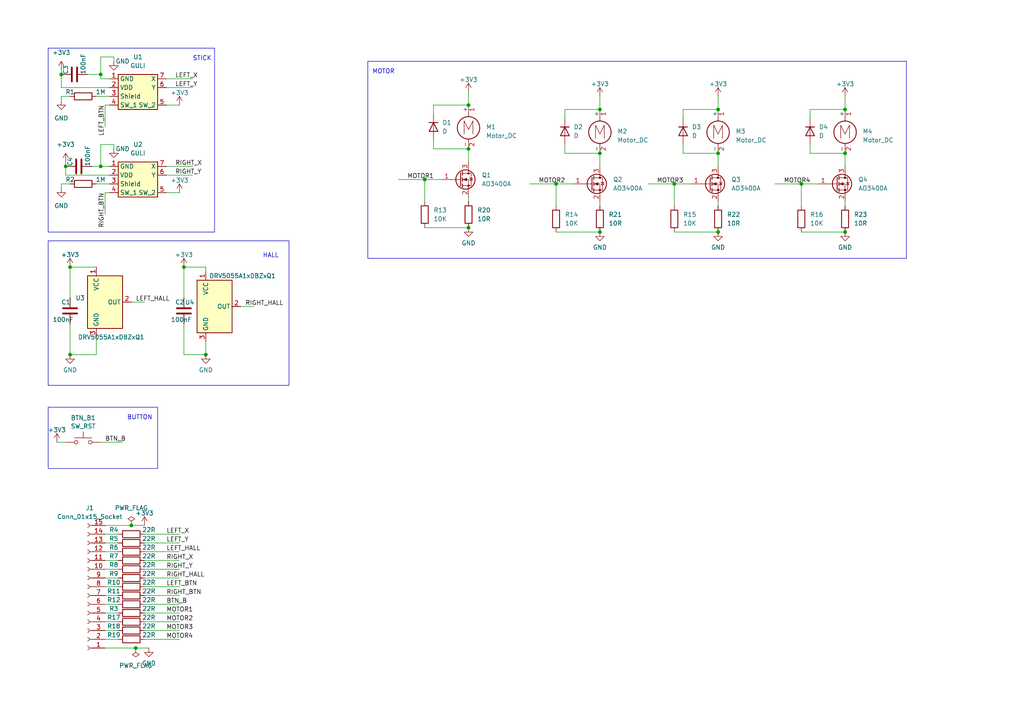
<source format=kicad_sch>
(kicad_sch (version 20230121) (generator eeschema)

  (uuid ee025c96-6b34-4741-98da-90887f64560f)

  (paper "A4")

  (lib_symbols
    (symbol "Connector:Conn_01x15_Socket" (pin_names (offset 1.016) hide) (in_bom yes) (on_board yes)
      (property "Reference" "J" (at 0 20.32 0)
        (effects (font (size 1.27 1.27)))
      )
      (property "Value" "Conn_01x15_Socket" (at 0 -20.32 0)
        (effects (font (size 1.27 1.27)))
      )
      (property "Footprint" "" (at 0 0 0)
        (effects (font (size 1.27 1.27)) hide)
      )
      (property "Datasheet" "~" (at 0 0 0)
        (effects (font (size 1.27 1.27)) hide)
      )
      (property "ki_locked" "" (at 0 0 0)
        (effects (font (size 1.27 1.27)))
      )
      (property "ki_keywords" "connector" (at 0 0 0)
        (effects (font (size 1.27 1.27)) hide)
      )
      (property "ki_description" "Generic connector, single row, 01x15, script generated" (at 0 0 0)
        (effects (font (size 1.27 1.27)) hide)
      )
      (property "ki_fp_filters" "Connector*:*_1x??_*" (at 0 0 0)
        (effects (font (size 1.27 1.27)) hide)
      )
      (symbol "Conn_01x15_Socket_1_1"
        (arc (start 0 -17.272) (mid -0.5058 -17.78) (end 0 -18.288)
          (stroke (width 0.1524) (type default))
          (fill (type none))
        )
        (arc (start 0 -14.732) (mid -0.5058 -15.24) (end 0 -15.748)
          (stroke (width 0.1524) (type default))
          (fill (type none))
        )
        (arc (start 0 -12.192) (mid -0.5058 -12.7) (end 0 -13.208)
          (stroke (width 0.1524) (type default))
          (fill (type none))
        )
        (arc (start 0 -9.652) (mid -0.5058 -10.16) (end 0 -10.668)
          (stroke (width 0.1524) (type default))
          (fill (type none))
        )
        (arc (start 0 -7.112) (mid -0.5058 -7.62) (end 0 -8.128)
          (stroke (width 0.1524) (type default))
          (fill (type none))
        )
        (arc (start 0 -4.572) (mid -0.5058 -5.08) (end 0 -5.588)
          (stroke (width 0.1524) (type default))
          (fill (type none))
        )
        (arc (start 0 -2.032) (mid -0.5058 -2.54) (end 0 -3.048)
          (stroke (width 0.1524) (type default))
          (fill (type none))
        )
        (polyline
          (pts
            (xy -1.27 -17.78)
            (xy -0.508 -17.78)
          )
          (stroke (width 0.1524) (type default))
          (fill (type none))
        )
        (polyline
          (pts
            (xy -1.27 -15.24)
            (xy -0.508 -15.24)
          )
          (stroke (width 0.1524) (type default))
          (fill (type none))
        )
        (polyline
          (pts
            (xy -1.27 -12.7)
            (xy -0.508 -12.7)
          )
          (stroke (width 0.1524) (type default))
          (fill (type none))
        )
        (polyline
          (pts
            (xy -1.27 -10.16)
            (xy -0.508 -10.16)
          )
          (stroke (width 0.1524) (type default))
          (fill (type none))
        )
        (polyline
          (pts
            (xy -1.27 -7.62)
            (xy -0.508 -7.62)
          )
          (stroke (width 0.1524) (type default))
          (fill (type none))
        )
        (polyline
          (pts
            (xy -1.27 -5.08)
            (xy -0.508 -5.08)
          )
          (stroke (width 0.1524) (type default))
          (fill (type none))
        )
        (polyline
          (pts
            (xy -1.27 -2.54)
            (xy -0.508 -2.54)
          )
          (stroke (width 0.1524) (type default))
          (fill (type none))
        )
        (polyline
          (pts
            (xy -1.27 0)
            (xy -0.508 0)
          )
          (stroke (width 0.1524) (type default))
          (fill (type none))
        )
        (polyline
          (pts
            (xy -1.27 2.54)
            (xy -0.508 2.54)
          )
          (stroke (width 0.1524) (type default))
          (fill (type none))
        )
        (polyline
          (pts
            (xy -1.27 5.08)
            (xy -0.508 5.08)
          )
          (stroke (width 0.1524) (type default))
          (fill (type none))
        )
        (polyline
          (pts
            (xy -1.27 7.62)
            (xy -0.508 7.62)
          )
          (stroke (width 0.1524) (type default))
          (fill (type none))
        )
        (polyline
          (pts
            (xy -1.27 10.16)
            (xy -0.508 10.16)
          )
          (stroke (width 0.1524) (type default))
          (fill (type none))
        )
        (polyline
          (pts
            (xy -1.27 12.7)
            (xy -0.508 12.7)
          )
          (stroke (width 0.1524) (type default))
          (fill (type none))
        )
        (polyline
          (pts
            (xy -1.27 15.24)
            (xy -0.508 15.24)
          )
          (stroke (width 0.1524) (type default))
          (fill (type none))
        )
        (polyline
          (pts
            (xy -1.27 17.78)
            (xy -0.508 17.78)
          )
          (stroke (width 0.1524) (type default))
          (fill (type none))
        )
        (arc (start 0 0.508) (mid -0.5058 0) (end 0 -0.508)
          (stroke (width 0.1524) (type default))
          (fill (type none))
        )
        (arc (start 0 3.048) (mid -0.5058 2.54) (end 0 2.032)
          (stroke (width 0.1524) (type default))
          (fill (type none))
        )
        (arc (start 0 5.588) (mid -0.5058 5.08) (end 0 4.572)
          (stroke (width 0.1524) (type default))
          (fill (type none))
        )
        (arc (start 0 8.128) (mid -0.5058 7.62) (end 0 7.112)
          (stroke (width 0.1524) (type default))
          (fill (type none))
        )
        (arc (start 0 10.668) (mid -0.5058 10.16) (end 0 9.652)
          (stroke (width 0.1524) (type default))
          (fill (type none))
        )
        (arc (start 0 13.208) (mid -0.5058 12.7) (end 0 12.192)
          (stroke (width 0.1524) (type default))
          (fill (type none))
        )
        (arc (start 0 15.748) (mid -0.5058 15.24) (end 0 14.732)
          (stroke (width 0.1524) (type default))
          (fill (type none))
        )
        (arc (start 0 18.288) (mid -0.5058 17.78) (end 0 17.272)
          (stroke (width 0.1524) (type default))
          (fill (type none))
        )
        (pin passive line (at -5.08 17.78 0) (length 3.81)
          (name "Pin_1" (effects (font (size 1.27 1.27))))
          (number "1" (effects (font (size 1.27 1.27))))
        )
        (pin passive line (at -5.08 -5.08 0) (length 3.81)
          (name "Pin_10" (effects (font (size 1.27 1.27))))
          (number "10" (effects (font (size 1.27 1.27))))
        )
        (pin passive line (at -5.08 -7.62 0) (length 3.81)
          (name "Pin_11" (effects (font (size 1.27 1.27))))
          (number "11" (effects (font (size 1.27 1.27))))
        )
        (pin passive line (at -5.08 -10.16 0) (length 3.81)
          (name "Pin_12" (effects (font (size 1.27 1.27))))
          (number "12" (effects (font (size 1.27 1.27))))
        )
        (pin passive line (at -5.08 -12.7 0) (length 3.81)
          (name "Pin_13" (effects (font (size 1.27 1.27))))
          (number "13" (effects (font (size 1.27 1.27))))
        )
        (pin passive line (at -5.08 -15.24 0) (length 3.81)
          (name "Pin_14" (effects (font (size 1.27 1.27))))
          (number "14" (effects (font (size 1.27 1.27))))
        )
        (pin passive line (at -5.08 -17.78 0) (length 3.81)
          (name "Pin_15" (effects (font (size 1.27 1.27))))
          (number "15" (effects (font (size 1.27 1.27))))
        )
        (pin passive line (at -5.08 15.24 0) (length 3.81)
          (name "Pin_2" (effects (font (size 1.27 1.27))))
          (number "2" (effects (font (size 1.27 1.27))))
        )
        (pin passive line (at -5.08 12.7 0) (length 3.81)
          (name "Pin_3" (effects (font (size 1.27 1.27))))
          (number "3" (effects (font (size 1.27 1.27))))
        )
        (pin passive line (at -5.08 10.16 0) (length 3.81)
          (name "Pin_4" (effects (font (size 1.27 1.27))))
          (number "4" (effects (font (size 1.27 1.27))))
        )
        (pin passive line (at -5.08 7.62 0) (length 3.81)
          (name "Pin_5" (effects (font (size 1.27 1.27))))
          (number "5" (effects (font (size 1.27 1.27))))
        )
        (pin passive line (at -5.08 5.08 0) (length 3.81)
          (name "Pin_6" (effects (font (size 1.27 1.27))))
          (number "6" (effects (font (size 1.27 1.27))))
        )
        (pin passive line (at -5.08 2.54 0) (length 3.81)
          (name "Pin_7" (effects (font (size 1.27 1.27))))
          (number "7" (effects (font (size 1.27 1.27))))
        )
        (pin passive line (at -5.08 0 0) (length 3.81)
          (name "Pin_8" (effects (font (size 1.27 1.27))))
          (number "8" (effects (font (size 1.27 1.27))))
        )
        (pin passive line (at -5.08 -2.54 0) (length 3.81)
          (name "Pin_9" (effects (font (size 1.27 1.27))))
          (number "9" (effects (font (size 1.27 1.27))))
        )
      )
    )
    (symbol "Device:C" (pin_numbers hide) (pin_names (offset 0.254)) (in_bom yes) (on_board yes)
      (property "Reference" "C" (at 0.635 2.54 0)
        (effects (font (size 1.27 1.27)) (justify left))
      )
      (property "Value" "C" (at 0.635 -2.54 0)
        (effects (font (size 1.27 1.27)) (justify left))
      )
      (property "Footprint" "" (at 0.9652 -3.81 0)
        (effects (font (size 1.27 1.27)) hide)
      )
      (property "Datasheet" "~" (at 0 0 0)
        (effects (font (size 1.27 1.27)) hide)
      )
      (property "ki_keywords" "cap capacitor" (at 0 0 0)
        (effects (font (size 1.27 1.27)) hide)
      )
      (property "ki_description" "Unpolarized capacitor" (at 0 0 0)
        (effects (font (size 1.27 1.27)) hide)
      )
      (property "ki_fp_filters" "C_*" (at 0 0 0)
        (effects (font (size 1.27 1.27)) hide)
      )
      (symbol "C_0_1"
        (polyline
          (pts
            (xy -2.032 -0.762)
            (xy 2.032 -0.762)
          )
          (stroke (width 0.508) (type default))
          (fill (type none))
        )
        (polyline
          (pts
            (xy -2.032 0.762)
            (xy 2.032 0.762)
          )
          (stroke (width 0.508) (type default))
          (fill (type none))
        )
      )
      (symbol "C_1_1"
        (pin passive line (at 0 3.81 270) (length 2.794)
          (name "~" (effects (font (size 1.27 1.27))))
          (number "1" (effects (font (size 1.27 1.27))))
        )
        (pin passive line (at 0 -3.81 90) (length 2.794)
          (name "~" (effects (font (size 1.27 1.27))))
          (number "2" (effects (font (size 1.27 1.27))))
        )
      )
    )
    (symbol "Device:D" (pin_numbers hide) (pin_names (offset 1.016) hide) (in_bom yes) (on_board yes)
      (property "Reference" "D" (at 0 2.54 0)
        (effects (font (size 1.27 1.27)))
      )
      (property "Value" "D" (at 0 -2.54 0)
        (effects (font (size 1.27 1.27)))
      )
      (property "Footprint" "" (at 0 0 0)
        (effects (font (size 1.27 1.27)) hide)
      )
      (property "Datasheet" "~" (at 0 0 0)
        (effects (font (size 1.27 1.27)) hide)
      )
      (property "Sim.Device" "D" (at 0 0 0)
        (effects (font (size 1.27 1.27)) hide)
      )
      (property "Sim.Pins" "1=K 2=A" (at 0 0 0)
        (effects (font (size 1.27 1.27)) hide)
      )
      (property "ki_keywords" "diode" (at 0 0 0)
        (effects (font (size 1.27 1.27)) hide)
      )
      (property "ki_description" "Diode" (at 0 0 0)
        (effects (font (size 1.27 1.27)) hide)
      )
      (property "ki_fp_filters" "TO-???* *_Diode_* *SingleDiode* D_*" (at 0 0 0)
        (effects (font (size 1.27 1.27)) hide)
      )
      (symbol "D_0_1"
        (polyline
          (pts
            (xy -1.27 1.27)
            (xy -1.27 -1.27)
          )
          (stroke (width 0.254) (type default))
          (fill (type none))
        )
        (polyline
          (pts
            (xy 1.27 0)
            (xy -1.27 0)
          )
          (stroke (width 0) (type default))
          (fill (type none))
        )
        (polyline
          (pts
            (xy 1.27 1.27)
            (xy 1.27 -1.27)
            (xy -1.27 0)
            (xy 1.27 1.27)
          )
          (stroke (width 0.254) (type default))
          (fill (type none))
        )
      )
      (symbol "D_1_1"
        (pin passive line (at -3.81 0 0) (length 2.54)
          (name "K" (effects (font (size 1.27 1.27))))
          (number "1" (effects (font (size 1.27 1.27))))
        )
        (pin passive line (at 3.81 0 180) (length 2.54)
          (name "A" (effects (font (size 1.27 1.27))))
          (number "2" (effects (font (size 1.27 1.27))))
        )
      )
    )
    (symbol "Device:R" (pin_numbers hide) (pin_names (offset 0)) (in_bom yes) (on_board yes)
      (property "Reference" "R" (at 2.032 0 90)
        (effects (font (size 1.27 1.27)))
      )
      (property "Value" "R" (at 0 0 90)
        (effects (font (size 1.27 1.27)))
      )
      (property "Footprint" "" (at -1.778 0 90)
        (effects (font (size 1.27 1.27)) hide)
      )
      (property "Datasheet" "~" (at 0 0 0)
        (effects (font (size 1.27 1.27)) hide)
      )
      (property "ki_keywords" "R res resistor" (at 0 0 0)
        (effects (font (size 1.27 1.27)) hide)
      )
      (property "ki_description" "Resistor" (at 0 0 0)
        (effects (font (size 1.27 1.27)) hide)
      )
      (property "ki_fp_filters" "R_*" (at 0 0 0)
        (effects (font (size 1.27 1.27)) hide)
      )
      (symbol "R_0_1"
        (rectangle (start -1.016 -2.54) (end 1.016 2.54)
          (stroke (width 0.254) (type default))
          (fill (type none))
        )
      )
      (symbol "R_1_1"
        (pin passive line (at 0 3.81 270) (length 1.27)
          (name "~" (effects (font (size 1.27 1.27))))
          (number "1" (effects (font (size 1.27 1.27))))
        )
        (pin passive line (at 0 -3.81 90) (length 1.27)
          (name "~" (effects (font (size 1.27 1.27))))
          (number "2" (effects (font (size 1.27 1.27))))
        )
      )
    )
    (symbol "Motor:Motor_DC" (pin_names (offset 0)) (in_bom yes) (on_board yes)
      (property "Reference" "M" (at 2.54 2.54 0)
        (effects (font (size 1.27 1.27)) (justify left))
      )
      (property "Value" "Motor_DC" (at 2.54 -5.08 0)
        (effects (font (size 1.27 1.27)) (justify left top))
      )
      (property "Footprint" "" (at 0 -2.286 0)
        (effects (font (size 1.27 1.27)) hide)
      )
      (property "Datasheet" "~" (at 0 -2.286 0)
        (effects (font (size 1.27 1.27)) hide)
      )
      (property "ki_keywords" "DC Motor" (at 0 0 0)
        (effects (font (size 1.27 1.27)) hide)
      )
      (property "ki_description" "DC Motor" (at 0 0 0)
        (effects (font (size 1.27 1.27)) hide)
      )
      (property "ki_fp_filters" "PinHeader*P2.54mm* TerminalBlock*" (at 0 0 0)
        (effects (font (size 1.27 1.27)) hide)
      )
      (symbol "Motor_DC_0_0"
        (polyline
          (pts
            (xy -1.27 -3.302)
            (xy -1.27 0.508)
            (xy 0 -2.032)
            (xy 1.27 0.508)
            (xy 1.27 -3.302)
          )
          (stroke (width 0) (type default))
          (fill (type none))
        )
      )
      (symbol "Motor_DC_0_1"
        (circle (center 0 -1.524) (radius 3.2512)
          (stroke (width 0.254) (type default))
          (fill (type none))
        )
        (polyline
          (pts
            (xy 0 -7.62)
            (xy 0 -7.112)
          )
          (stroke (width 0) (type default))
          (fill (type none))
        )
        (polyline
          (pts
            (xy 0 -4.7752)
            (xy 0 -5.1816)
          )
          (stroke (width 0) (type default))
          (fill (type none))
        )
        (polyline
          (pts
            (xy 0 1.7272)
            (xy 0 2.0828)
          )
          (stroke (width 0) (type default))
          (fill (type none))
        )
        (polyline
          (pts
            (xy 0 2.032)
            (xy 0 2.54)
          )
          (stroke (width 0) (type default))
          (fill (type none))
        )
      )
      (symbol "Motor_DC_1_1"
        (pin passive line (at 0 5.08 270) (length 2.54)
          (name "+" (effects (font (size 1.27 1.27))))
          (number "1" (effects (font (size 1.27 1.27))))
        )
        (pin passive line (at 0 -7.62 90) (length 2.54)
          (name "-" (effects (font (size 1.27 1.27))))
          (number "2" (effects (font (size 1.27 1.27))))
        )
      )
    )
    (symbol "Sensor_Magnetic:DRV5055A1xDBZxQ1" (in_bom yes) (on_board yes)
      (property "Reference" "U" (at 2.54 12.7 0)
        (effects (font (size 1.27 1.27)))
      )
      (property "Value" "DRV5055A1xDBZxQ1" (at 2.54 10.16 0)
        (effects (font (size 1.27 1.27)))
      )
      (property "Footprint" "Package_TO_SOT_SMD:SOT-23" (at 0 0 0)
        (effects (font (size 1.27 1.27)) hide)
      )
      (property "Datasheet" "https://www.ti.com/lit/ds/symlink/drv5055-q1.pdf" (at 0 0 0)
        (effects (font (size 1.27 1.27)) hide)
      )
      (property "ki_keywords" "Automotive Ratiometric Linear Hall Effect Sensor AEC-Q100" (at 0 0 0)
        (effects (font (size 1.27 1.27)) hide)
      )
      (property "ki_description" "100 mV/mT,±21-mT, 20-kHz, 3.3/5V, SOT-23" (at 0 0 0)
        (effects (font (size 1.27 1.27)) hide)
      )
      (property "ki_fp_filters" "SOT?23*" (at 0 0 0)
        (effects (font (size 1.27 1.27)) hide)
      )
      (symbol "DRV5055A1xDBZxQ1_1_1"
        (rectangle (start -5.08 7.62) (end 5.08 -7.62)
          (stroke (width 0.254) (type default))
          (fill (type background))
        )
        (pin power_in line (at -2.54 10.16 270) (length 2.54)
          (name "VCC" (effects (font (size 1.27 1.27))))
          (number "1" (effects (font (size 1.27 1.27))))
        )
        (pin output line (at 7.62 0 180) (length 2.54)
          (name "OUT" (effects (font (size 1.27 1.27))))
          (number "2" (effects (font (size 1.27 1.27))))
        )
        (pin power_in line (at -2.54 -10.16 90) (length 2.54)
          (name "GND" (effects (font (size 1.27 1.27))))
          (number "3" (effects (font (size 1.27 1.27))))
        )
      )
    )
    (symbol "Switch:SW_Push" (pin_numbers hide) (pin_names (offset 1.016) hide) (in_bom yes) (on_board yes)
      (property "Reference" "SW" (at 1.27 2.54 0)
        (effects (font (size 1.27 1.27)) (justify left))
      )
      (property "Value" "SW_Push" (at 0 -1.524 0)
        (effects (font (size 1.27 1.27)))
      )
      (property "Footprint" "" (at 0 5.08 0)
        (effects (font (size 1.27 1.27)) hide)
      )
      (property "Datasheet" "~" (at 0 5.08 0)
        (effects (font (size 1.27 1.27)) hide)
      )
      (property "ki_keywords" "switch normally-open pushbutton push-button" (at 0 0 0)
        (effects (font (size 1.27 1.27)) hide)
      )
      (property "ki_description" "Push button switch, generic, two pins" (at 0 0 0)
        (effects (font (size 1.27 1.27)) hide)
      )
      (symbol "SW_Push_0_1"
        (circle (center -2.032 0) (radius 0.508)
          (stroke (width 0) (type default))
          (fill (type none))
        )
        (polyline
          (pts
            (xy 0 1.27)
            (xy 0 3.048)
          )
          (stroke (width 0) (type default))
          (fill (type none))
        )
        (polyline
          (pts
            (xy 2.54 1.27)
            (xy -2.54 1.27)
          )
          (stroke (width 0) (type default))
          (fill (type none))
        )
        (circle (center 2.032 0) (radius 0.508)
          (stroke (width 0) (type default))
          (fill (type none))
        )
        (pin passive line (at -5.08 0 0) (length 2.54)
          (name "1" (effects (font (size 1.27 1.27))))
          (number "1" (effects (font (size 1.27 1.27))))
        )
        (pin passive line (at 5.08 0 180) (length 2.54)
          (name "2" (effects (font (size 1.27 1.27))))
          (number "2" (effects (font (size 1.27 1.27))))
        )
      )
    )
    (symbol "Transistor_FET:AO3400A" (pin_names hide) (in_bom yes) (on_board yes)
      (property "Reference" "Q" (at 5.08 1.905 0)
        (effects (font (size 1.27 1.27)) (justify left))
      )
      (property "Value" "AO3400A" (at 5.08 0 0)
        (effects (font (size 1.27 1.27)) (justify left))
      )
      (property "Footprint" "Package_TO_SOT_SMD:SOT-23" (at 5.08 -1.905 0)
        (effects (font (size 1.27 1.27) italic) (justify left) hide)
      )
      (property "Datasheet" "http://www.aosmd.com/pdfs/datasheet/AO3400A.pdf" (at 0 0 0)
        (effects (font (size 1.27 1.27)) (justify left) hide)
      )
      (property "ki_keywords" "N-Channel MOSFET" (at 0 0 0)
        (effects (font (size 1.27 1.27)) hide)
      )
      (property "ki_description" "30V Vds, 5.7A Id, N-Channel MOSFET, SOT-23" (at 0 0 0)
        (effects (font (size 1.27 1.27)) hide)
      )
      (property "ki_fp_filters" "SOT?23*" (at 0 0 0)
        (effects (font (size 1.27 1.27)) hide)
      )
      (symbol "AO3400A_0_1"
        (polyline
          (pts
            (xy 0.254 0)
            (xy -2.54 0)
          )
          (stroke (width 0) (type default))
          (fill (type none))
        )
        (polyline
          (pts
            (xy 0.254 1.905)
            (xy 0.254 -1.905)
          )
          (stroke (width 0.254) (type default))
          (fill (type none))
        )
        (polyline
          (pts
            (xy 0.762 -1.27)
            (xy 0.762 -2.286)
          )
          (stroke (width 0.254) (type default))
          (fill (type none))
        )
        (polyline
          (pts
            (xy 0.762 0.508)
            (xy 0.762 -0.508)
          )
          (stroke (width 0.254) (type default))
          (fill (type none))
        )
        (polyline
          (pts
            (xy 0.762 2.286)
            (xy 0.762 1.27)
          )
          (stroke (width 0.254) (type default))
          (fill (type none))
        )
        (polyline
          (pts
            (xy 2.54 2.54)
            (xy 2.54 1.778)
          )
          (stroke (width 0) (type default))
          (fill (type none))
        )
        (polyline
          (pts
            (xy 2.54 -2.54)
            (xy 2.54 0)
            (xy 0.762 0)
          )
          (stroke (width 0) (type default))
          (fill (type none))
        )
        (polyline
          (pts
            (xy 0.762 -1.778)
            (xy 3.302 -1.778)
            (xy 3.302 1.778)
            (xy 0.762 1.778)
          )
          (stroke (width 0) (type default))
          (fill (type none))
        )
        (polyline
          (pts
            (xy 1.016 0)
            (xy 2.032 0.381)
            (xy 2.032 -0.381)
            (xy 1.016 0)
          )
          (stroke (width 0) (type default))
          (fill (type outline))
        )
        (polyline
          (pts
            (xy 2.794 0.508)
            (xy 2.921 0.381)
            (xy 3.683 0.381)
            (xy 3.81 0.254)
          )
          (stroke (width 0) (type default))
          (fill (type none))
        )
        (polyline
          (pts
            (xy 3.302 0.381)
            (xy 2.921 -0.254)
            (xy 3.683 -0.254)
            (xy 3.302 0.381)
          )
          (stroke (width 0) (type default))
          (fill (type none))
        )
        (circle (center 1.651 0) (radius 2.794)
          (stroke (width 0.254) (type default))
          (fill (type none))
        )
        (circle (center 2.54 -1.778) (radius 0.254)
          (stroke (width 0) (type default))
          (fill (type outline))
        )
        (circle (center 2.54 1.778) (radius 0.254)
          (stroke (width 0) (type default))
          (fill (type outline))
        )
      )
      (symbol "AO3400A_1_1"
        (pin input line (at -5.08 0 0) (length 2.54)
          (name "G" (effects (font (size 1.27 1.27))))
          (number "1" (effects (font (size 1.27 1.27))))
        )
        (pin passive line (at 2.54 -5.08 90) (length 2.54)
          (name "S" (effects (font (size 1.27 1.27))))
          (number "2" (effects (font (size 1.27 1.27))))
        )
        (pin passive line (at 2.54 5.08 270) (length 2.54)
          (name "D" (effects (font (size 1.27 1.27))))
          (number "3" (effects (font (size 1.27 1.27))))
        )
      )
    )
    (symbol "power:+3V3" (power) (pin_names (offset 0)) (in_bom yes) (on_board yes)
      (property "Reference" "#PWR" (at 0 -3.81 0)
        (effects (font (size 1.27 1.27)) hide)
      )
      (property "Value" "+3V3" (at 0 3.556 0)
        (effects (font (size 1.27 1.27)))
      )
      (property "Footprint" "" (at 0 0 0)
        (effects (font (size 1.27 1.27)) hide)
      )
      (property "Datasheet" "" (at 0 0 0)
        (effects (font (size 1.27 1.27)) hide)
      )
      (property "ki_keywords" "global power" (at 0 0 0)
        (effects (font (size 1.27 1.27)) hide)
      )
      (property "ki_description" "Power symbol creates a global label with name \"+3V3\"" (at 0 0 0)
        (effects (font (size 1.27 1.27)) hide)
      )
      (symbol "+3V3_0_1"
        (polyline
          (pts
            (xy -0.762 1.27)
            (xy 0 2.54)
          )
          (stroke (width 0) (type default))
          (fill (type none))
        )
        (polyline
          (pts
            (xy 0 0)
            (xy 0 2.54)
          )
          (stroke (width 0) (type default))
          (fill (type none))
        )
        (polyline
          (pts
            (xy 0 2.54)
            (xy 0.762 1.27)
          )
          (stroke (width 0) (type default))
          (fill (type none))
        )
      )
      (symbol "+3V3_1_1"
        (pin power_in line (at 0 0 90) (length 0) hide
          (name "+3V3" (effects (font (size 1.27 1.27))))
          (number "1" (effects (font (size 1.27 1.27))))
        )
      )
    )
    (symbol "power:GND" (power) (pin_names (offset 0)) (in_bom yes) (on_board yes)
      (property "Reference" "#PWR" (at 0 -6.35 0)
        (effects (font (size 1.27 1.27)) hide)
      )
      (property "Value" "GND" (at 0 -3.81 0)
        (effects (font (size 1.27 1.27)))
      )
      (property "Footprint" "" (at 0 0 0)
        (effects (font (size 1.27 1.27)) hide)
      )
      (property "Datasheet" "" (at 0 0 0)
        (effects (font (size 1.27 1.27)) hide)
      )
      (property "ki_keywords" "global power" (at 0 0 0)
        (effects (font (size 1.27 1.27)) hide)
      )
      (property "ki_description" "Power symbol creates a global label with name \"GND\" , ground" (at 0 0 0)
        (effects (font (size 1.27 1.27)) hide)
      )
      (symbol "GND_0_1"
        (polyline
          (pts
            (xy 0 0)
            (xy 0 -1.27)
            (xy 1.27 -1.27)
            (xy 0 -2.54)
            (xy -1.27 -1.27)
            (xy 0 -1.27)
          )
          (stroke (width 0) (type default))
          (fill (type none))
        )
      )
      (symbol "GND_1_1"
        (pin power_in line (at 0 0 270) (length 0) hide
          (name "GND" (effects (font (size 1.27 1.27))))
          (number "1" (effects (font (size 1.27 1.27))))
        )
      )
    )
    (symbol "power:PWR_FLAG" (power) (pin_numbers hide) (pin_names (offset 0) hide) (in_bom yes) (on_board yes)
      (property "Reference" "#FLG" (at 0 1.905 0)
        (effects (font (size 1.27 1.27)) hide)
      )
      (property "Value" "PWR_FLAG" (at 0 3.81 0)
        (effects (font (size 1.27 1.27)))
      )
      (property "Footprint" "" (at 0 0 0)
        (effects (font (size 1.27 1.27)) hide)
      )
      (property "Datasheet" "~" (at 0 0 0)
        (effects (font (size 1.27 1.27)) hide)
      )
      (property "ki_keywords" "flag power" (at 0 0 0)
        (effects (font (size 1.27 1.27)) hide)
      )
      (property "ki_description" "Special symbol for telling ERC where power comes from" (at 0 0 0)
        (effects (font (size 1.27 1.27)) hide)
      )
      (symbol "PWR_FLAG_0_0"
        (pin power_out line (at 0 0 90) (length 0)
          (name "pwr" (effects (font (size 1.27 1.27))))
          (number "1" (effects (font (size 1.27 1.27))))
        )
      )
      (symbol "PWR_FLAG_0_1"
        (polyline
          (pts
            (xy 0 0)
            (xy 0 1.27)
            (xy -1.016 1.905)
            (xy 0 2.54)
            (xy 1.016 1.905)
            (xy 0 1.27)
          )
          (stroke (width 0) (type default))
          (fill (type none))
        )
      )
    )
    (symbol "stick:GULI" (in_bom yes) (on_board yes)
      (property "Reference" "U" (at 1.27 -7.62 0)
        (effects (font (size 1.27 1.27)))
      )
      (property "Value" "GULI" (at 0 0 0)
        (effects (font (size 1.27 1.27)))
      )
      (property "Footprint" "" (at 0 0 0)
        (effects (font (size 1.27 1.27)) hide)
      )
      (property "Datasheet" "" (at 0 0 0)
        (effects (font (size 1.27 1.27)) hide)
      )
      (symbol "GULI_0_1"
        (rectangle (start -3.81 5.08) (end 7.62 -5.08)
          (stroke (width 0.254) (type default))
          (fill (type background))
        )
      )
      (symbol "GULI_1_1"
        (pin power_in line (at -6.35 3.81 0) (length 2.54)
          (name "GND" (effects (font (size 1.27 1.27))))
          (number "1" (effects (font (size 1.27 1.27))))
        )
        (pin power_in line (at -6.35 1.27 0) (length 2.54)
          (name "VDD" (effects (font (size 1.27 1.27))))
          (number "2" (effects (font (size 1.27 1.27))))
        )
        (pin passive line (at -6.35 -1.27 0) (length 2.54)
          (name "Shield" (effects (font (size 1.27 1.27))))
          (number "3" (effects (font (size 1.27 1.27))))
        )
        (pin passive line (at -6.35 -3.81 0) (length 2.54)
          (name "SW_1" (effects (font (size 1.27 1.27))))
          (number "4" (effects (font (size 1.27 1.27))))
        )
        (pin passive line (at 10.16 -3.81 180) (length 2.54)
          (name "SW_2" (effects (font (size 1.27 1.27))))
          (number "5" (effects (font (size 1.27 1.27))))
        )
        (pin passive line (at 10.16 1.27 180) (length 2.54)
          (name "Y" (effects (font (size 1.27 1.27))))
          (number "6" (effects (font (size 1.27 1.27))))
        )
        (pin passive line (at 10.16 3.81 180) (length 2.54)
          (name "X" (effects (font (size 1.27 1.27))))
          (number "7" (effects (font (size 1.27 1.27))))
        )
      )
    )
  )

  (junction (at 53.34 77.47) (diameter 0) (color 0 0 0 0)
    (uuid 062bd502-0391-4732-8efe-652e1d732458)
  )
  (junction (at 208.28 31.75) (diameter 0) (color 0 0 0 0)
    (uuid 06c14722-2925-4652-876c-e2f59d948d67)
  )
  (junction (at 123.19 52.07) (diameter 0) (color 0 0 0 0)
    (uuid 106d927e-4001-463d-8c9f-c79f489f35ef)
  )
  (junction (at 29.21 48.26) (diameter 0) (color 0 0 0 0)
    (uuid 17970804-68b3-4b02-a35e-2c6c99990171)
  )
  (junction (at 39.37 187.96) (diameter 0) (color 0 0 0 0)
    (uuid 26dc4bb3-c505-4f22-a4f6-069642b69d3a)
  )
  (junction (at 173.99 67.31) (diameter 0) (color 0 0 0 0)
    (uuid 2a0a8a7e-c555-409a-a864-ade0b3ab1f5a)
  )
  (junction (at 245.11 44.45) (diameter 0) (color 0 0 0 0)
    (uuid 305cf59e-1924-4ae9-bac8-3901bccff9ae)
  )
  (junction (at 245.11 31.75) (diameter 0) (color 0 0 0 0)
    (uuid 313a4511-4f8e-4d53-946e-4e941e43b5fc)
  )
  (junction (at 135.89 66.04) (diameter 0) (color 0 0 0 0)
    (uuid 494b5a09-6b86-4a0b-bc90-dbae4e84f7d1)
  )
  (junction (at 38.1 152.4) (diameter 0) (color 0 0 0 0)
    (uuid 49b18bfa-f853-45a2-bb50-9481a2b11cdd)
  )
  (junction (at 20.32 77.47) (diameter 0) (color 0 0 0 0)
    (uuid 4ab45581-7c14-4d0c-8d35-c20c1b9fd9e8)
  )
  (junction (at 173.99 31.75) (diameter 0) (color 0 0 0 0)
    (uuid 534a788e-52de-4722-ac52-ed814533bc8a)
  )
  (junction (at 161.29 53.34) (diameter 0) (color 0 0 0 0)
    (uuid 5946c7f0-1cda-4500-9fa8-fd71a80f8cc1)
  )
  (junction (at 135.89 30.48) (diameter 0) (color 0 0 0 0)
    (uuid 6b6248db-f119-4dc3-8045-634066edef86)
  )
  (junction (at 135.89 43.18) (diameter 0) (color 0 0 0 0)
    (uuid 73527f66-a809-4eb9-9e37-222645de35b7)
  )
  (junction (at 208.28 44.45) (diameter 0) (color 0 0 0 0)
    (uuid 808decd6-e375-4e4b-a82d-bcb8f996f9bd)
  )
  (junction (at 245.11 67.31) (diameter 0) (color 0 0 0 0)
    (uuid 89c8d056-f17c-4621-989c-e374ad9290fa)
  )
  (junction (at 20.32 102.87) (diameter 0) (color 0 0 0 0)
    (uuid 96ef6e3b-bd1a-4e28-81fe-921e28c612cd)
  )
  (junction (at 173.99 44.45) (diameter 0) (color 0 0 0 0)
    (uuid cffff2f6-5501-4d95-bdf6-a683814725a8)
  )
  (junction (at 59.69 102.87) (diameter 0) (color 0 0 0 0)
    (uuid d5561fc2-d351-4002-9b7d-5969c7c3822e)
  )
  (junction (at 19.05 48.26) (diameter 0) (color 0 0 0 0)
    (uuid dcdaa099-1767-438b-814c-8f1593cafae5)
  )
  (junction (at 195.58 53.34) (diameter 0) (color 0 0 0 0)
    (uuid e790bf48-5121-4989-aa39-3e9cfaf6faee)
  )
  (junction (at 29.21 21.59) (diameter 0) (color 0 0 0 0)
    (uuid f5d3478a-e2b4-4940-8609-c9f309cb3461)
  )
  (junction (at 208.28 67.31) (diameter 0) (color 0 0 0 0)
    (uuid f74153ae-9fbb-423e-a895-ec2fed50d936)
  )
  (junction (at 17.78 21.59) (diameter 0) (color 0 0 0 0)
    (uuid f86db24c-c565-4706-85fd-0b3d77bebafb)
  )
  (junction (at 232.41 53.34) (diameter 0) (color 0 0 0 0)
    (uuid fd4f0e5b-3fb0-4132-a5b3-711a9bd7b5d2)
  )

  (wire (pts (xy 187.96 53.34) (xy 195.58 53.34))
    (stroke (width 0) (type default))
    (uuid 04c82133-b6fa-460d-b499-edbd3988c6b0)
  )
  (wire (pts (xy 30.48 172.72) (xy 34.29 172.72))
    (stroke (width 0) (type default))
    (uuid 05d7d8e1-49e3-4c40-b342-532f1956f3e3)
  )
  (wire (pts (xy 232.41 53.34) (xy 237.49 53.34))
    (stroke (width 0) (type default))
    (uuid 06bae740-faa8-4bd8-a36f-7f4e05e8f83c)
  )
  (wire (pts (xy 53.34 93.98) (xy 53.34 102.87))
    (stroke (width 0) (type default))
    (uuid 0b6faf14-a7fc-49ce-95ab-794f850a8018)
  )
  (wire (pts (xy 16.51 128.27) (xy 19.05 128.27))
    (stroke (width 0) (type default))
    (uuid 0bf31d9b-df9a-42bd-b692-0b2343fe7351)
  )
  (wire (pts (xy 195.58 59.69) (xy 195.58 53.34))
    (stroke (width 0) (type default))
    (uuid 0d064ebe-26d1-4fbd-96b9-c87f78bac102)
  )
  (wire (pts (xy 69.85 88.9) (xy 73.66 88.9))
    (stroke (width 0) (type default))
    (uuid 0d87c2b0-95ee-47b1-a7f3-c71ebb2ba440)
  )
  (wire (pts (xy 245.11 27.94) (xy 245.11 31.75))
    (stroke (width 0) (type default))
    (uuid 0f1e14d9-3ae7-4ed3-b4b2-a341bcfdf6f4)
  )
  (wire (pts (xy 31.75 55.88) (xy 30.48 55.88))
    (stroke (width 0) (type default))
    (uuid 11e63370-bb2f-4447-892c-551016f2f5b1)
  )
  (wire (pts (xy 195.58 53.34) (xy 200.66 53.34))
    (stroke (width 0) (type default))
    (uuid 127a632c-cab9-49a0-bf98-8015884219ad)
  )
  (wire (pts (xy 30.48 165.1) (xy 34.29 165.1))
    (stroke (width 0) (type default))
    (uuid 137d416e-6b09-4254-b641-2c52f9501c97)
  )
  (wire (pts (xy 161.29 59.69) (xy 161.29 53.34))
    (stroke (width 0) (type default))
    (uuid 13ba4d7a-1eb2-4f6b-9173-c429abbe163c)
  )
  (wire (pts (xy 30.48 162.56) (xy 34.29 162.56))
    (stroke (width 0) (type default))
    (uuid 15100b50-7bbf-4c8e-94a5-8f2610347fd1)
  )
  (wire (pts (xy 48.26 25.4) (xy 55.88 25.4))
    (stroke (width 0) (type default))
    (uuid 169bf507-243e-4756-8187-bc141f4ba9e8)
  )
  (wire (pts (xy 48.26 50.8) (xy 55.88 50.8))
    (stroke (width 0) (type default))
    (uuid 1991c646-f9fe-4bfd-bda3-b9c46d32518b)
  )
  (wire (pts (xy 198.12 34.29) (xy 198.12 31.75))
    (stroke (width 0) (type default))
    (uuid 1ab410b7-72dd-4153-baeb-13d16ef5bc3f)
  )
  (wire (pts (xy 232.41 67.31) (xy 245.11 67.31))
    (stroke (width 0) (type default))
    (uuid 1d45f542-eb4e-4115-826e-dca663168914)
  )
  (wire (pts (xy 135.89 43.18) (xy 135.89 46.99))
    (stroke (width 0) (type default))
    (uuid 1d633b6d-2d59-4ade-b029-9c4d5b6282aa)
  )
  (wire (pts (xy 232.41 59.69) (xy 232.41 53.34))
    (stroke (width 0) (type default))
    (uuid 1e84074c-6817-4258-97ec-696195f384f7)
  )
  (wire (pts (xy 41.91 177.8) (xy 52.07 177.8))
    (stroke (width 0) (type default))
    (uuid 2591b2f2-3a3f-4db0-ae54-89c7f4d3f405)
  )
  (wire (pts (xy 39.37 187.96) (xy 43.18 187.96))
    (stroke (width 0) (type default))
    (uuid 25c20137-32dd-49f2-a11f-a101d96db8b6)
  )
  (wire (pts (xy 173.99 44.45) (xy 173.99 48.26))
    (stroke (width 0) (type default))
    (uuid 277f5b11-83c0-4be8-b2ea-c355f22f361f)
  )
  (wire (pts (xy 20.32 27.94) (xy 17.78 27.94))
    (stroke (width 0) (type default))
    (uuid 28b71497-2029-4ae4-923b-79bc331d8fb8)
  )
  (wire (pts (xy 41.91 185.42) (xy 52.07 185.42))
    (stroke (width 0) (type default))
    (uuid 28bd249a-9856-44d8-8092-f6cfd990a10f)
  )
  (wire (pts (xy 198.12 44.45) (xy 208.28 44.45))
    (stroke (width 0) (type default))
    (uuid 2a21a75a-d4ef-4b88-a472-4255dc10bfdb)
  )
  (wire (pts (xy 38.1 87.63) (xy 41.91 87.63))
    (stroke (width 0) (type default))
    (uuid 2bbc70d6-4de0-46d3-b4b8-3ae468a37347)
  )
  (wire (pts (xy 31.75 30.48) (xy 30.48 30.48))
    (stroke (width 0) (type default))
    (uuid 2f0cf84e-9f9e-4bf4-885c-20ebaebea147)
  )
  (wire (pts (xy 173.99 58.42) (xy 173.99 59.69))
    (stroke (width 0) (type default))
    (uuid 348c741f-bca6-4868-b0df-73e554157835)
  )
  (wire (pts (xy 30.48 157.48) (xy 34.29 157.48))
    (stroke (width 0) (type default))
    (uuid 34c21185-b486-4678-bdb1-e75684b80b11)
  )
  (wire (pts (xy 48.26 30.48) (xy 52.07 30.48))
    (stroke (width 0) (type default))
    (uuid 35aadb39-06b2-4ec9-a130-29936e139b70)
  )
  (wire (pts (xy 125.73 33.02) (xy 125.73 30.48))
    (stroke (width 0) (type default))
    (uuid 391634c7-0cd2-43c4-99a5-e91c55a21b7c)
  )
  (wire (pts (xy 30.48 170.18) (xy 34.29 170.18))
    (stroke (width 0) (type default))
    (uuid 3c555a75-f351-4d25-9c4f-e301bfdf2b9d)
  )
  (wire (pts (xy 59.69 77.47) (xy 59.69 78.74))
    (stroke (width 0) (type default))
    (uuid 3df88339-c08d-4ef6-8c73-68aba0a5533e)
  )
  (wire (pts (xy 48.26 22.86) (xy 55.88 22.86))
    (stroke (width 0) (type default))
    (uuid 415883ef-777b-43b2-a2dd-2e402de4eef8)
  )
  (wire (pts (xy 17.78 53.34) (xy 17.78 54.61))
    (stroke (width 0) (type default))
    (uuid 420f86be-29f1-4fb9-9084-ef56c7ff9373)
  )
  (wire (pts (xy 30.48 175.26) (xy 34.29 175.26))
    (stroke (width 0) (type default))
    (uuid 43422cc1-f6ca-468d-9f98-a1b3623929eb)
  )
  (wire (pts (xy 198.12 31.75) (xy 208.28 31.75))
    (stroke (width 0) (type default))
    (uuid 458858c3-3f9b-4241-b140-a69ef9c44571)
  )
  (wire (pts (xy 123.19 52.07) (xy 128.27 52.07))
    (stroke (width 0) (type default))
    (uuid 46730332-ef03-4aef-ad8d-d011b77cac30)
  )
  (wire (pts (xy 30.48 180.34) (xy 34.29 180.34))
    (stroke (width 0) (type default))
    (uuid 467fee0c-54fe-448d-934a-8893982f1af4)
  )
  (wire (pts (xy 234.95 44.45) (xy 245.11 44.45))
    (stroke (width 0) (type default))
    (uuid 4bcb7ae3-e229-4f12-8c0a-71eda88237e0)
  )
  (wire (pts (xy 125.73 30.48) (xy 135.89 30.48))
    (stroke (width 0) (type default))
    (uuid 4c0e9bd8-2ce1-4672-a330-12d0f66c8ad8)
  )
  (wire (pts (xy 41.91 165.1) (xy 52.07 165.1))
    (stroke (width 0) (type default))
    (uuid 4cae3f6c-091e-45ba-a540-c64a77477374)
  )
  (wire (pts (xy 153.67 53.34) (xy 161.29 53.34))
    (stroke (width 0) (type default))
    (uuid 4f3cd96c-a43d-4079-a16b-d4307a0d6831)
  )
  (wire (pts (xy 208.28 44.45) (xy 208.28 48.26))
    (stroke (width 0) (type default))
    (uuid 509b1d45-4d56-4b73-8692-67d78b5df93d)
  )
  (wire (pts (xy 161.29 67.31) (xy 173.99 67.31))
    (stroke (width 0) (type default))
    (uuid 50c73dd6-3403-4b7b-9945-4a4cd709e537)
  )
  (wire (pts (xy 41.91 175.26) (xy 52.07 175.26))
    (stroke (width 0) (type default))
    (uuid 551daf50-aca0-4b00-8d33-a6a244221505)
  )
  (wire (pts (xy 27.94 53.34) (xy 31.75 53.34))
    (stroke (width 0) (type default))
    (uuid 55f2e40c-fcc0-4dd9-bd6e-b1d743d55ab3)
  )
  (wire (pts (xy 123.19 58.42) (xy 123.19 52.07))
    (stroke (width 0) (type default))
    (uuid 57c429f8-df10-4790-a34b-a25ab67a9925)
  )
  (wire (pts (xy 163.83 44.45) (xy 173.99 44.45))
    (stroke (width 0) (type default))
    (uuid 59526341-a515-455f-a702-ff09cb13b46a)
  )
  (wire (pts (xy 125.73 40.64) (xy 125.73 43.18))
    (stroke (width 0) (type default))
    (uuid 6177b384-45fe-46a3-b19c-8c7d97e67488)
  )
  (wire (pts (xy 33.02 16.51) (xy 29.21 16.51))
    (stroke (width 0) (type default))
    (uuid 656eb25d-4ad8-4631-a20c-632b9439ca93)
  )
  (wire (pts (xy 48.26 48.26) (xy 55.88 48.26))
    (stroke (width 0) (type default))
    (uuid 657a521f-fcfe-4a52-a9e2-956bab995182)
  )
  (wire (pts (xy 41.91 170.18) (xy 52.07 170.18))
    (stroke (width 0) (type default))
    (uuid 679a26f0-ef87-4c60-abf6-512eef63b92d)
  )
  (wire (pts (xy 17.78 20.32) (xy 17.78 21.59))
    (stroke (width 0) (type default))
    (uuid 6aafa171-8eac-4d04-b83c-419e362e6554)
  )
  (wire (pts (xy 30.48 185.42) (xy 34.29 185.42))
    (stroke (width 0) (type default))
    (uuid 6acab132-48d6-4671-a71f-bf9c8f05957a)
  )
  (wire (pts (xy 29.21 48.26) (xy 29.21 41.91))
    (stroke (width 0) (type default))
    (uuid 6bab22fa-0149-4fec-b195-8f7e23b2d91d)
  )
  (wire (pts (xy 38.1 152.4) (xy 41.91 152.4))
    (stroke (width 0) (type default))
    (uuid 702ce4db-5a2e-4800-bd91-fe20b6af60d9)
  )
  (wire (pts (xy 29.21 21.59) (xy 29.21 16.51))
    (stroke (width 0) (type default))
    (uuid 7ce4c30e-b3c0-4bd0-ae79-2167efd2a34d)
  )
  (wire (pts (xy 30.48 187.96) (xy 39.37 187.96))
    (stroke (width 0) (type default))
    (uuid 7ece74cb-7a8d-4b9f-91b0-3ed6c3b1bbcb)
  )
  (wire (pts (xy 27.94 97.79) (xy 27.94 102.87))
    (stroke (width 0) (type default))
    (uuid 7f952433-9e60-47ac-b6f1-ce39bbcd294f)
  )
  (wire (pts (xy 19.05 50.8) (xy 31.75 50.8))
    (stroke (width 0) (type default))
    (uuid 82bcea70-0a2e-4526-8b56-a94a856c56f5)
  )
  (wire (pts (xy 20.32 93.98) (xy 20.32 102.87))
    (stroke (width 0) (type default))
    (uuid 84d7b681-b092-40a0-8530-da1e3052a0e0)
  )
  (wire (pts (xy 163.83 34.29) (xy 163.83 31.75))
    (stroke (width 0) (type default))
    (uuid 889b7e61-f059-40f9-8f38-ef676dab7035)
  )
  (wire (pts (xy 224.79 53.34) (xy 232.41 53.34))
    (stroke (width 0) (type default))
    (uuid 88c3003d-d2fa-49d3-917e-30b1ca70bd99)
  )
  (wire (pts (xy 19.05 46.99) (xy 19.05 48.26))
    (stroke (width 0) (type default))
    (uuid 8b4c5686-c996-418a-be5c-13318b4f91da)
  )
  (wire (pts (xy 17.78 25.4) (xy 31.75 25.4))
    (stroke (width 0) (type default))
    (uuid 8bba5e44-d66f-4328-927c-fda60564f87c)
  )
  (wire (pts (xy 27.94 77.47) (xy 20.32 77.47))
    (stroke (width 0) (type default))
    (uuid 8d2791dc-cf14-420c-8cf6-0d71fae642d2)
  )
  (wire (pts (xy 41.91 167.64) (xy 52.07 167.64))
    (stroke (width 0) (type default))
    (uuid 8dd480a3-eb6d-4675-9d0e-a34fa84003bd)
  )
  (wire (pts (xy 26.67 48.26) (xy 29.21 48.26))
    (stroke (width 0) (type default))
    (uuid 9243a883-cf65-4a78-9b62-8a936d6b1ef7)
  )
  (wire (pts (xy 33.02 16.51) (xy 33.02 17.78))
    (stroke (width 0) (type default))
    (uuid 92ea70bd-9971-4144-a146-8b2ff4604ea6)
  )
  (wire (pts (xy 198.12 41.91) (xy 198.12 44.45))
    (stroke (width 0) (type default))
    (uuid 95fa8ea5-b795-4d50-ac09-f83f59b90084)
  )
  (wire (pts (xy 30.48 160.02) (xy 34.29 160.02))
    (stroke (width 0) (type default))
    (uuid 9d5bc15a-fc46-4558-9df0-04a81c8951a2)
  )
  (wire (pts (xy 234.95 31.75) (xy 245.11 31.75))
    (stroke (width 0) (type default))
    (uuid a1f3ae96-df59-445d-a5d9-670b6944f41e)
  )
  (wire (pts (xy 29.21 22.86) (xy 29.21 21.59))
    (stroke (width 0) (type default))
    (uuid a24e3b91-5074-4429-a79f-6e5ef2034c01)
  )
  (wire (pts (xy 17.78 21.59) (xy 17.78 25.4))
    (stroke (width 0) (type default))
    (uuid a6748610-3a74-47dc-abee-6d91daa1d56f)
  )
  (wire (pts (xy 135.89 26.67) (xy 135.89 30.48))
    (stroke (width 0) (type default))
    (uuid a7506a90-ae81-4175-8224-f5db5b24358d)
  )
  (wire (pts (xy 20.32 77.47) (xy 20.32 86.36))
    (stroke (width 0) (type default))
    (uuid aef10ed0-fe38-4592-bbc0-59e50a43f34d)
  )
  (wire (pts (xy 234.95 34.29) (xy 234.95 31.75))
    (stroke (width 0) (type default))
    (uuid b14c2dbf-0ad4-4973-91b0-c8651f11b7e4)
  )
  (wire (pts (xy 17.78 27.94) (xy 17.78 29.21))
    (stroke (width 0) (type default))
    (uuid b25cd9b5-bf9d-42ab-93ad-41ec2072e51e)
  )
  (wire (pts (xy 30.48 152.4) (xy 38.1 152.4))
    (stroke (width 0) (type default))
    (uuid b26e0adf-ad5d-45cd-a21f-a1049bb448e7)
  )
  (wire (pts (xy 161.29 53.34) (xy 166.37 53.34))
    (stroke (width 0) (type default))
    (uuid b46e4e40-b546-413f-b075-1b85f8fcc1dd)
  )
  (wire (pts (xy 135.89 57.15) (xy 135.89 58.42))
    (stroke (width 0) (type default))
    (uuid b48588b4-c4ac-4dc3-8a72-1cfd75247399)
  )
  (wire (pts (xy 59.69 99.06) (xy 59.69 102.87))
    (stroke (width 0) (type default))
    (uuid bd59d77a-7820-4e4f-8c4d-af5d3d06d762)
  )
  (wire (pts (xy 173.99 27.94) (xy 173.99 31.75))
    (stroke (width 0) (type default))
    (uuid c3f88fb1-09e7-49c7-af91-9633476a9f43)
  )
  (wire (pts (xy 163.83 41.91) (xy 163.83 44.45))
    (stroke (width 0) (type default))
    (uuid c910d1f9-2bdb-4300-bec9-32e3ea3b08c4)
  )
  (wire (pts (xy 19.05 48.26) (xy 19.05 50.8))
    (stroke (width 0) (type default))
    (uuid c9591a9c-e6ed-44b4-aa5c-f0557ca6e64c)
  )
  (wire (pts (xy 20.32 53.34) (xy 17.78 53.34))
    (stroke (width 0) (type default))
    (uuid cb172eff-de10-4577-a4a6-f5164f95a139)
  )
  (wire (pts (xy 123.19 66.04) (xy 135.89 66.04))
    (stroke (width 0) (type default))
    (uuid cf04c018-9dd9-4319-ad14-b3a79dd63ddb)
  )
  (wire (pts (xy 31.75 22.86) (xy 29.21 22.86))
    (stroke (width 0) (type default))
    (uuid d0fa42e3-7c79-4939-840b-c625a0898ad5)
  )
  (wire (pts (xy 208.28 27.94) (xy 208.28 31.75))
    (stroke (width 0) (type default))
    (uuid d1164f3b-6b63-4b3c-b96b-57562dff5471)
  )
  (wire (pts (xy 29.21 48.26) (xy 31.75 48.26))
    (stroke (width 0) (type default))
    (uuid d1225bf6-94ee-4ade-aa68-144a64dd3596)
  )
  (wire (pts (xy 33.02 41.91) (xy 29.21 41.91))
    (stroke (width 0) (type default))
    (uuid d53c2f9e-43f8-4869-be8c-3eb018568662)
  )
  (wire (pts (xy 245.11 58.42) (xy 245.11 59.69))
    (stroke (width 0) (type default))
    (uuid d7f14ef4-a83b-4e25-b0ca-789050c99b24)
  )
  (wire (pts (xy 208.28 58.42) (xy 208.28 59.69))
    (stroke (width 0) (type default))
    (uuid d82d5f4e-4033-4d78-a1cf-b52f9dd42fb6)
  )
  (wire (pts (xy 234.95 41.91) (xy 234.95 44.45))
    (stroke (width 0) (type default))
    (uuid d8c4d0d9-08ae-4c1c-9bfe-535950f08484)
  )
  (wire (pts (xy 25.4 21.59) (xy 29.21 21.59))
    (stroke (width 0) (type default))
    (uuid d919c2fb-3c91-409e-a599-6863d66a5f53)
  )
  (wire (pts (xy 30.48 177.8) (xy 34.29 177.8))
    (stroke (width 0) (type default))
    (uuid d9aaa194-f657-48bc-88cf-c1521033e1b6)
  )
  (wire (pts (xy 41.91 157.48) (xy 52.07 157.48))
    (stroke (width 0) (type default))
    (uuid da091d50-d60f-44dc-8771-32d7621669a5)
  )
  (wire (pts (xy 30.48 30.48) (xy 30.48 36.83))
    (stroke (width 0) (type default))
    (uuid dd191287-4bad-4269-8547-69385ba3d025)
  )
  (wire (pts (xy 53.34 77.47) (xy 59.69 77.47))
    (stroke (width 0) (type default))
    (uuid dd6ec15e-5e42-4a16-bc69-f005cbd0c38f)
  )
  (wire (pts (xy 163.83 31.75) (xy 173.99 31.75))
    (stroke (width 0) (type default))
    (uuid ddf3d3da-511c-4daf-982a-4e951debddc2)
  )
  (wire (pts (xy 41.91 180.34) (xy 52.07 180.34))
    (stroke (width 0) (type default))
    (uuid df9df090-60f5-490d-9494-e10c33a7d5ac)
  )
  (wire (pts (xy 41.91 162.56) (xy 52.07 162.56))
    (stroke (width 0) (type default))
    (uuid e1d0ca69-3c74-4407-bc07-986bf264dee7)
  )
  (wire (pts (xy 125.73 43.18) (xy 135.89 43.18))
    (stroke (width 0) (type default))
    (uuid e2564d38-7326-4493-b792-c149313de359)
  )
  (wire (pts (xy 195.58 67.31) (xy 208.28 67.31))
    (stroke (width 0) (type default))
    (uuid e2fa01c2-567c-4e15-b24a-66a37593d16a)
  )
  (wire (pts (xy 30.48 154.94) (xy 34.29 154.94))
    (stroke (width 0) (type default))
    (uuid e4b4e0ba-3c3e-41c2-9703-6e8c73d59b90)
  )
  (wire (pts (xy 33.02 41.91) (xy 33.02 43.18))
    (stroke (width 0) (type default))
    (uuid e55ac6b1-4291-40c6-acf8-9119740d3b2c)
  )
  (wire (pts (xy 53.34 77.47) (xy 53.34 86.36))
    (stroke (width 0) (type default))
    (uuid e79349e7-14dc-4a59-84f5-2eaf249a4502)
  )
  (wire (pts (xy 30.48 167.64) (xy 34.29 167.64))
    (stroke (width 0) (type default))
    (uuid e7eee914-0d2c-4f47-9fa5-a0bb9879835f)
  )
  (wire (pts (xy 53.34 102.87) (xy 59.69 102.87))
    (stroke (width 0) (type default))
    (uuid e89b4830-b287-4901-b35b-bacfb56a9f50)
  )
  (wire (pts (xy 48.26 55.88) (xy 52.07 55.88))
    (stroke (width 0) (type default))
    (uuid ec56b20c-967e-4a85-a45b-fe6cdb2d0b93)
  )
  (wire (pts (xy 30.48 182.88) (xy 34.29 182.88))
    (stroke (width 0) (type default))
    (uuid ecde9973-5fc1-4773-8813-27049fc3c8ce)
  )
  (wire (pts (xy 245.11 44.45) (xy 245.11 48.26))
    (stroke (width 0) (type default))
    (uuid f1fb0c26-1d20-43f4-abb0-e6c0aeae84f5)
  )
  (wire (pts (xy 29.21 128.27) (xy 35.56 128.27))
    (stroke (width 0) (type default))
    (uuid f219df4e-2c06-4a48-9e3d-89f7fe528368)
  )
  (wire (pts (xy 27.94 27.94) (xy 31.75 27.94))
    (stroke (width 0) (type default))
    (uuid f22c9294-9c7c-4bc9-8036-79d8010776aa)
  )
  (wire (pts (xy 115.57 52.07) (xy 123.19 52.07))
    (stroke (width 0) (type default))
    (uuid f3f72303-1ec2-4f61-9e23-f40304ce58ee)
  )
  (wire (pts (xy 41.91 172.72) (xy 52.07 172.72))
    (stroke (width 0) (type default))
    (uuid f4033fa4-9106-49a7-ad21-dc06464363b7)
  )
  (wire (pts (xy 30.48 55.88) (xy 30.48 62.23))
    (stroke (width 0) (type default))
    (uuid f7525f14-4a9e-4ee6-966e-c32a1c7c2eeb)
  )
  (wire (pts (xy 20.32 102.87) (xy 27.94 102.87))
    (stroke (width 0) (type default))
    (uuid f78aeb9b-5432-471b-8ad1-fd96f9ea2a0d)
  )
  (wire (pts (xy 41.91 182.88) (xy 52.07 182.88))
    (stroke (width 0) (type default))
    (uuid f89a7fba-fd61-49fb-8cbe-b20a33b1ec2d)
  )
  (wire (pts (xy 41.91 160.02) (xy 52.07 160.02))
    (stroke (width 0) (type default))
    (uuid fc4e9949-261c-4b94-943e-6aeea18b7a82)
  )
  (wire (pts (xy 41.91 154.94) (xy 52.07 154.94))
    (stroke (width 0) (type default))
    (uuid fc6d474d-541b-466b-823d-a81d1960c89b)
  )

  (rectangle (start 106.68 17.78) (end 262.89 74.93)
    (stroke (width 0) (type default))
    (fill (type none))
    (uuid 563123ec-af59-4178-810f-b4fdd52c5f46)
  )
  (rectangle (start 13.97 118.11) (end 45.72 135.89)
    (stroke (width 0) (type default))
    (fill (type none))
    (uuid 99830447-0f81-4639-8348-9e16c478772d)
  )
  (rectangle (start 13.97 13.97) (end 62.23 67.31)
    (stroke (width 0) (type default))
    (fill (type none))
    (uuid b7d6f28a-c2c5-45f6-9749-18591302edb7)
  )
  (rectangle (start 13.97 69.85) (end 83.82 111.76)
    (stroke (width 0) (type default))
    (fill (type none))
    (uuid b9b18eb8-ef28-4755-a097-b6bd24ed44d6)
  )

  (text "MOTOR" (at 107.95 21.59 0)
    (effects (font (size 1.27 1.27)) (justify left bottom))
    (uuid 356596cb-248a-4011-a408-c9c107ab3398)
  )
  (text "STICK" (at 55.88 17.78 0)
    (effects (font (size 1.27 1.27)) (justify left bottom))
    (uuid 4f148dd1-5e7a-4b63-8a6c-0f39269016d3)
  )
  (text "BUTTON" (at 36.83 121.92 0)
    (effects (font (size 1.27 1.27)) (justify left bottom))
    (uuid 8db99019-8b9d-46b5-943d-a015c699ff77)
  )
  (text "HALL" (at 76.2 74.93 0)
    (effects (font (size 1.27 1.27)) (justify left bottom))
    (uuid c21e318d-587e-459f-8610-0103c6bb078f)
  )

  (label "BTN_B" (at 48.26 175.26 0) (fields_autoplaced)
    (effects (font (size 1.27 1.27)) (justify left bottom))
    (uuid 0c3e6d39-3dd0-445c-aa07-60c88ef8f2b9)
  )
  (label "MOTOR4" (at 48.26 185.42 0) (fields_autoplaced)
    (effects (font (size 1.27 1.27)) (justify left bottom))
    (uuid 1c9cb373-cfc2-4cd1-8390-5278aee338e3)
  )
  (label "MOTOR4" (at 227.33 53.34 0) (fields_autoplaced)
    (effects (font (size 1.27 1.27)) (justify left bottom))
    (uuid 1f380ce9-f762-4285-933e-6a20253ebf20)
  )
  (label "BTN_B" (at 30.48 128.27 0) (fields_autoplaced)
    (effects (font (size 1.27 1.27)) (justify left bottom))
    (uuid 213d9a60-96df-4961-bf38-46053cbb63bf)
  )
  (label "RIGHT_HALL" (at 48.26 167.64 0) (fields_autoplaced)
    (effects (font (size 1.27 1.27)) (justify left bottom))
    (uuid 38f2ad9c-87c9-438a-b49b-3c291c4ff7c8)
  )
  (label "RIGHT_BTN" (at 30.48 55.88 270) (fields_autoplaced)
    (effects (font (size 1.27 1.27)) (justify right bottom))
    (uuid 49d13a08-cc6d-4be7-b991-d2819a6337fd)
  )
  (label "MOTOR1" (at 118.11 52.07 0) (fields_autoplaced)
    (effects (font (size 1.27 1.27)) (justify left bottom))
    (uuid 56426c82-888d-4a23-a920-ab30115c2cae)
  )
  (label "LEFT_HALL" (at 39.37 87.63 0) (fields_autoplaced)
    (effects (font (size 1.27 1.27)) (justify left bottom))
    (uuid 8242269a-73ee-441d-a0b1-89e5433dcf18)
  )
  (label "RIGHT_Y" (at 48.26 165.1 0) (fields_autoplaced)
    (effects (font (size 1.27 1.27)) (justify left bottom))
    (uuid 82bafd3c-2c93-430c-9290-7a7e5c33187f)
  )
  (label "LEFT_X" (at 50.8 22.86 0) (fields_autoplaced)
    (effects (font (size 1.27 1.27)) (justify left bottom))
    (uuid 8c3872be-9204-4d5a-ac8f-ec4539755c83)
  )
  (label "LEFT_X" (at 48.26 154.94 0) (fields_autoplaced)
    (effects (font (size 1.27 1.27)) (justify left bottom))
    (uuid 9fdd89c5-165d-4bb5-ae12-980fca1bcd08)
  )
  (label "MOTOR1" (at 48.26 177.8 0) (fields_autoplaced)
    (effects (font (size 1.27 1.27)) (justify left bottom))
    (uuid aca3ce6c-a52a-4367-892b-abb796f4945b)
  )
  (label "MOTOR3" (at 190.5 53.34 0) (fields_autoplaced)
    (effects (font (size 1.27 1.27)) (justify left bottom))
    (uuid b2bbe238-ab22-4a2c-a34b-fe4c74a816a0)
  )
  (label "LEFT_BTN" (at 48.26 170.18 0) (fields_autoplaced)
    (effects (font (size 1.27 1.27)) (justify left bottom))
    (uuid b3f490d3-b8de-49bd-83e0-c7aa343f4a46)
  )
  (label "LEFT_BTN" (at 30.48 30.48 270) (fields_autoplaced)
    (effects (font (size 1.27 1.27)) (justify right bottom))
    (uuid ba56126b-f4d9-4830-8d04-0decaf484641)
  )
  (label "RIGHT_HALL" (at 71.12 88.9 0) (fields_autoplaced)
    (effects (font (size 1.27 1.27)) (justify left bottom))
    (uuid bc004320-6387-4177-b407-36a47a34d6e2)
  )
  (label "LEFT_HALL" (at 48.26 160.02 0) (fields_autoplaced)
    (effects (font (size 1.27 1.27)) (justify left bottom))
    (uuid c4963bf5-b1d2-4f5f-92b6-aae442111a54)
  )
  (label "RIGHT_X" (at 50.8 48.26 0) (fields_autoplaced)
    (effects (font (size 1.27 1.27)) (justify left bottom))
    (uuid c5abe4c2-b667-40c9-bbb3-481247513313)
  )
  (label "LEFT_Y" (at 48.26 157.48 0) (fields_autoplaced)
    (effects (font (size 1.27 1.27)) (justify left bottom))
    (uuid cffc7e57-300a-4c32-a91c-69856b0a9e56)
  )
  (label "RIGHT_Y" (at 50.8 50.8 0) (fields_autoplaced)
    (effects (font (size 1.27 1.27)) (justify left bottom))
    (uuid d07daed3-48d3-4c95-9ac1-7d2019781a06)
  )
  (label "RIGHT_X" (at 48.26 162.56 0) (fields_autoplaced)
    (effects (font (size 1.27 1.27)) (justify left bottom))
    (uuid d6a3fbb5-78a8-41ed-8774-10661d31ace6)
  )
  (label "LEFT_Y" (at 50.8 25.4 0) (fields_autoplaced)
    (effects (font (size 1.27 1.27)) (justify left bottom))
    (uuid d7272e69-1b26-4094-934f-9a4da049d66b)
  )
  (label "MOTOR2" (at 48.26 180.34 0) (fields_autoplaced)
    (effects (font (size 1.27 1.27)) (justify left bottom))
    (uuid d92ab10b-ecea-445d-bdab-d688232e2f95)
  )
  (label "RIGHT_BTN" (at 48.26 172.72 0) (fields_autoplaced)
    (effects (font (size 1.27 1.27)) (justify left bottom))
    (uuid d98feb19-6489-4d64-a976-4a9e23f14396)
  )
  (label "MOTOR3" (at 48.26 182.88 0) (fields_autoplaced)
    (effects (font (size 1.27 1.27)) (justify left bottom))
    (uuid ecdaebfa-52a9-41ae-a3f5-d30ef9808ff5)
  )
  (label "MOTOR2" (at 156.21 53.34 0) (fields_autoplaced)
    (effects (font (size 1.27 1.27)) (justify left bottom))
    (uuid fe8eae5d-54a2-4924-9aca-c2b2adb1e4ac)
  )

  (symbol (lib_id "Device:R") (at 245.11 63.5 180) (unit 1)
    (in_bom yes) (on_board yes) (dnp no) (fields_autoplaced)
    (uuid 00538a08-c7aa-45db-9e47-3ee2547b72ec)
    (property "Reference" "R37" (at 247.65 62.23 0)
      (effects (font (size 1.27 1.27)) (justify right))
    )
    (property "Value" "10R" (at 247.65 64.77 0)
      (effects (font (size 1.27 1.27)) (justify right))
    )
    (property "Footprint" "Resistor_SMD:R_0805_2012Metric_Pad1.20x1.40mm_HandSolder" (at 246.888 63.5 90)
      (effects (font (size 1.27 1.27)) hide)
    )
    (property "Datasheet" "~" (at 245.11 63.5 0)
      (effects (font (size 1.27 1.27)) hide)
    )
    (pin "1" (uuid 79c1105c-f21c-4e40-9434-17da4be9034e))
    (pin "2" (uuid 2a0f2b95-e882-40d9-9656-0ff9d108a404))
    (instances
      (project "testpad"
        (path "/2275f0ad-bf55-4256-a734-efa72019bc53"
          (reference "R37") (unit 1)
        )
      )
      (project "stick_board"
        (path "/ee025c96-6b34-4741-98da-90887f64560f"
          (reference "R23") (unit 1)
        )
      )
    )
  )

  (symbol (lib_id "stick:GULI") (at 38.1 52.07 0) (unit 1)
    (in_bom yes) (on_board yes) (dnp no) (fields_autoplaced)
    (uuid 027b350f-ca9a-428b-b2a9-7d22c678d375)
    (property "Reference" "U2" (at 40.005 41.91 0)
      (effects (font (size 1.27 1.27)))
    )
    (property "Value" "GULI" (at 40.005 44.45 0)
      (effects (font (size 1.27 1.27)))
    )
    (property "Footprint" "" (at 38.1 52.07 0)
      (effects (font (size 1.27 1.27)) hide)
    )
    (property "Datasheet" "" (at 38.1 52.07 0)
      (effects (font (size 1.27 1.27)) hide)
    )
    (pin "1" (uuid c04e9780-4e30-4a16-8828-af4ee944e407))
    (pin "2" (uuid 45321c83-9394-4fe7-a72b-ddb227ef9f1b))
    (pin "3" (uuid 528d8827-7f0f-4ce3-ab36-d6e64882021f))
    (pin "4" (uuid e8a47a8d-1ad4-48c3-b054-649cd173e258))
    (pin "5" (uuid f5f494e2-63b6-4bd2-b561-56d9b56a94cf))
    (pin "6" (uuid c97dad0e-6ab3-4ea7-b1ab-74bf0e7a005a))
    (pin "7" (uuid 87898396-57c3-45a5-815d-dab6bf6dee85))
    (instances
      (project "stick_board"
        (path "/ee025c96-6b34-4741-98da-90887f64560f"
          (reference "U2") (unit 1)
        )
      )
    )
  )

  (symbol (lib_id "Device:D") (at 163.83 38.1 270) (unit 1)
    (in_bom yes) (on_board yes) (dnp no) (fields_autoplaced)
    (uuid 04b8efb9-c72f-4180-9959-941aaea3f9e6)
    (property "Reference" "D2" (at 166.37 36.83 90)
      (effects (font (size 1.27 1.27)) (justify left))
    )
    (property "Value" "D" (at 166.37 39.37 90)
      (effects (font (size 1.27 1.27)) (justify left))
    )
    (property "Footprint" "Diode_SMD:D_0805_2012Metric_Pad1.15x1.40mm_HandSolder" (at 163.83 38.1 0)
      (effects (font (size 1.27 1.27)) hide)
    )
    (property "Datasheet" "~" (at 163.83 38.1 0)
      (effects (font (size 1.27 1.27)) hide)
    )
    (property "Sim.Device" "D" (at 163.83 38.1 0)
      (effects (font (size 1.27 1.27)) hide)
    )
    (property "Sim.Pins" "1=K 2=A" (at 163.83 38.1 0)
      (effects (font (size 1.27 1.27)) hide)
    )
    (pin "1" (uuid 69a00423-5145-434a-bc46-a120ce230c2e))
    (pin "2" (uuid 76f67e55-a7ae-4627-8c5f-76eecb151ab0))
    (instances
      (project "testpad"
        (path "/2275f0ad-bf55-4256-a734-efa72019bc53"
          (reference "D2") (unit 1)
        )
      )
      (project "stick_board"
        (path "/ee025c96-6b34-4741-98da-90887f64560f"
          (reference "D2") (unit 1)
        )
      )
    )
  )

  (symbol (lib_id "Device:D") (at 234.95 38.1 270) (unit 1)
    (in_bom yes) (on_board yes) (dnp no) (fields_autoplaced)
    (uuid 076007df-6bbc-4f1b-bdc3-4b140aee1edb)
    (property "Reference" "D2" (at 237.49 36.83 90)
      (effects (font (size 1.27 1.27)) (justify left))
    )
    (property "Value" "D" (at 237.49 39.37 90)
      (effects (font (size 1.27 1.27)) (justify left))
    )
    (property "Footprint" "Diode_SMD:D_0805_2012Metric_Pad1.15x1.40mm_HandSolder" (at 234.95 38.1 0)
      (effects (font (size 1.27 1.27)) hide)
    )
    (property "Datasheet" "~" (at 234.95 38.1 0)
      (effects (font (size 1.27 1.27)) hide)
    )
    (property "Sim.Device" "D" (at 234.95 38.1 0)
      (effects (font (size 1.27 1.27)) hide)
    )
    (property "Sim.Pins" "1=K 2=A" (at 234.95 38.1 0)
      (effects (font (size 1.27 1.27)) hide)
    )
    (pin "1" (uuid 6f620479-6c60-471b-a412-e9775379ca9e))
    (pin "2" (uuid 2637f3f6-9714-45b8-be07-a398d7557f33))
    (instances
      (project "testpad"
        (path "/2275f0ad-bf55-4256-a734-efa72019bc53"
          (reference "D2") (unit 1)
        )
      )
      (project "stick_board"
        (path "/ee025c96-6b34-4741-98da-90887f64560f"
          (reference "D4") (unit 1)
        )
      )
    )
  )

  (symbol (lib_id "Motor:Motor_DC") (at 173.99 36.83 0) (unit 1)
    (in_bom yes) (on_board yes) (dnp no) (fields_autoplaced)
    (uuid 0bbc7996-b430-4699-aade-4df4abd4e191)
    (property "Reference" "M2" (at 179.07 38.1 0)
      (effects (font (size 1.27 1.27)) (justify left))
    )
    (property "Value" "Motor_DC" (at 179.07 40.64 0)
      (effects (font (size 1.27 1.27)) (justify left))
    )
    (property "Footprint" "Resistor_SMD:R_1210_3225Metric_Pad1.30x2.65mm_HandSolder" (at 173.99 39.116 0)
      (effects (font (size 1.27 1.27)) hide)
    )
    (property "Datasheet" "~" (at 173.99 39.116 0)
      (effects (font (size 1.27 1.27)) hide)
    )
    (pin "1" (uuid 11655e59-50ef-41f0-9e34-7a76346b8fba))
    (pin "2" (uuid 189ef659-67f2-4b34-b1a8-56fd0006d62c))
    (instances
      (project "testpad"
        (path "/2275f0ad-bf55-4256-a734-efa72019bc53"
          (reference "M2") (unit 1)
        )
      )
      (project "stick_board"
        (path "/ee025c96-6b34-4741-98da-90887f64560f"
          (reference "M2") (unit 1)
        )
      )
    )
  )

  (symbol (lib_id "Device:R") (at 232.41 63.5 180) (unit 1)
    (in_bom yes) (on_board yes) (dnp no) (fields_autoplaced)
    (uuid 0d207896-32c9-49af-a366-8832b5d677e8)
    (property "Reference" "R37" (at 234.95 62.23 0)
      (effects (font (size 1.27 1.27)) (justify right))
    )
    (property "Value" "10K" (at 234.95 64.77 0)
      (effects (font (size 1.27 1.27)) (justify right))
    )
    (property "Footprint" "Resistor_SMD:R_0805_2012Metric_Pad1.20x1.40mm_HandSolder" (at 234.188 63.5 90)
      (effects (font (size 1.27 1.27)) hide)
    )
    (property "Datasheet" "~" (at 232.41 63.5 0)
      (effects (font (size 1.27 1.27)) hide)
    )
    (pin "1" (uuid 70b9cbe5-34ef-4aa8-bb63-11715e8c6ca7))
    (pin "2" (uuid a702ef33-fcc1-4a8a-adb6-b07bfa8593d6))
    (instances
      (project "testpad"
        (path "/2275f0ad-bf55-4256-a734-efa72019bc53"
          (reference "R37") (unit 1)
        )
      )
      (project "stick_board"
        (path "/ee025c96-6b34-4741-98da-90887f64560f"
          (reference "R16") (unit 1)
        )
      )
    )
  )

  (symbol (lib_id "Device:R") (at 38.1 185.42 90) (unit 1)
    (in_bom yes) (on_board yes) (dnp no)
    (uuid 0d356305-1e26-46fc-81e0-6449f41a4b52)
    (property "Reference" "R19" (at 33.02 184.15 90)
      (effects (font (size 1.27 1.27)))
    )
    (property "Value" "22R" (at 43.18 184.15 90)
      (effects (font (size 1.27 1.27)))
    )
    (property "Footprint" "" (at 38.1 187.198 90)
      (effects (font (size 1.27 1.27)) hide)
    )
    (property "Datasheet" "~" (at 38.1 185.42 0)
      (effects (font (size 1.27 1.27)) hide)
    )
    (pin "1" (uuid 9d1f871f-66f1-4fe8-afd7-9e1a74038cee))
    (pin "2" (uuid a6268e16-29e6-437f-bc14-6783b22f2460))
    (instances
      (project "stick_board"
        (path "/ee025c96-6b34-4741-98da-90887f64560f"
          (reference "R19") (unit 1)
        )
      )
    )
  )

  (symbol (lib_id "Device:R") (at 38.1 180.34 90) (unit 1)
    (in_bom yes) (on_board yes) (dnp no)
    (uuid 1601fc5c-78f4-4fc1-a8c0-2bc6733841ca)
    (property "Reference" "R17" (at 33.02 179.07 90)
      (effects (font (size 1.27 1.27)))
    )
    (property "Value" "22R" (at 43.18 179.07 90)
      (effects (font (size 1.27 1.27)))
    )
    (property "Footprint" "" (at 38.1 182.118 90)
      (effects (font (size 1.27 1.27)) hide)
    )
    (property "Datasheet" "~" (at 38.1 180.34 0)
      (effects (font (size 1.27 1.27)) hide)
    )
    (pin "1" (uuid f66f0bdf-ca75-47fc-bf29-e5767c0fe257))
    (pin "2" (uuid f7b6f4cd-a1ee-4801-b788-412ce5248fcf))
    (instances
      (project "stick_board"
        (path "/ee025c96-6b34-4741-98da-90887f64560f"
          (reference "R17") (unit 1)
        )
      )
    )
  )

  (symbol (lib_id "power:+3V3") (at 53.34 77.47 0) (unit 1)
    (in_bom yes) (on_board yes) (dnp no) (fields_autoplaced)
    (uuid 18e55fd9-f676-4f31-afde-9945cebb944d)
    (property "Reference" "#PWR017" (at 53.34 81.28 0)
      (effects (font (size 1.27 1.27)) hide)
    )
    (property "Value" "+3V3" (at 53.34 73.8942 0)
      (effects (font (size 1.27 1.27)))
    )
    (property "Footprint" "" (at 53.34 77.47 0)
      (effects (font (size 1.27 1.27)) hide)
    )
    (property "Datasheet" "" (at 53.34 77.47 0)
      (effects (font (size 1.27 1.27)) hide)
    )
    (pin "1" (uuid aa7e7e1c-2226-4ea8-95fb-be98e8f16f11))
    (instances
      (project "testpad"
        (path "/2275f0ad-bf55-4256-a734-efa72019bc53"
          (reference "#PWR017") (unit 1)
        )
      )
      (project "keys_hc165"
        (path "/905176a8-ce1e-4982-be12-523bc66970dc"
          (reference "#PWR04") (unit 1)
        )
      )
      (project "stick_board"
        (path "/ee025c96-6b34-4741-98da-90887f64560f"
          (reference "#PWR011") (unit 1)
        )
      )
    )
  )

  (symbol (lib_id "Motor:Motor_DC") (at 208.28 36.83 0) (unit 1)
    (in_bom yes) (on_board yes) (dnp no) (fields_autoplaced)
    (uuid 1a71e6e5-6c60-436f-93a8-955a66802206)
    (property "Reference" "M2" (at 213.36 38.1 0)
      (effects (font (size 1.27 1.27)) (justify left))
    )
    (property "Value" "Motor_DC" (at 213.36 40.64 0)
      (effects (font (size 1.27 1.27)) (justify left))
    )
    (property "Footprint" "Resistor_SMD:R_1210_3225Metric_Pad1.30x2.65mm_HandSolder" (at 208.28 39.116 0)
      (effects (font (size 1.27 1.27)) hide)
    )
    (property "Datasheet" "~" (at 208.28 39.116 0)
      (effects (font (size 1.27 1.27)) hide)
    )
    (pin "1" (uuid 72a51ca7-3d07-4ec8-96b1-3f6fa978aa17))
    (pin "2" (uuid 766cc6a7-dc3e-4a6f-9c8a-52d6328534f1))
    (instances
      (project "testpad"
        (path "/2275f0ad-bf55-4256-a734-efa72019bc53"
          (reference "M2") (unit 1)
        )
      )
      (project "stick_board"
        (path "/ee025c96-6b34-4741-98da-90887f64560f"
          (reference "M3") (unit 1)
        )
      )
    )
  )

  (symbol (lib_id "Sensor_Magnetic:DRV5055A1xDBZxQ1") (at 62.23 88.9 0) (unit 1)
    (in_bom yes) (on_board yes) (dnp no)
    (uuid 1b4bfa9e-c14a-442d-af0b-0e78bc55c677)
    (property "Reference" "U6" (at 56.388 87.6879 0)
      (effects (font (size 1.27 1.27)) (justify right))
    )
    (property "Value" "DRV5055A1xDBZxQ1" (at 80.01 80.01 0)
      (effects (font (size 1.27 1.27)) (justify right))
    )
    (property "Footprint" "Package_TO_SOT_SMD:SOT-23-3" (at 62.23 88.9 0)
      (effects (font (size 1.27 1.27)) hide)
    )
    (property "Datasheet" "https://www.ti.com/lit/ds/symlink/drv5055-q1.pdf" (at 62.23 88.9 0)
      (effects (font (size 1.27 1.27)) hide)
    )
    (pin "1" (uuid 76d33358-2ee8-41f0-ad81-82d97bd1164b))
    (pin "2" (uuid 79f102df-8651-4ec9-a2ab-219a49c95150))
    (pin "3" (uuid 757c6fef-3107-4ab6-9a1d-b31409df05f6))
    (instances
      (project "testpad"
        (path "/2275f0ad-bf55-4256-a734-efa72019bc53"
          (reference "U6") (unit 1)
        )
      )
      (project "stick_board"
        (path "/ee025c96-6b34-4741-98da-90887f64560f"
          (reference "U4") (unit 1)
        )
      )
    )
  )

  (symbol (lib_id "Motor:Motor_DC") (at 135.89 35.56 0) (unit 1)
    (in_bom yes) (on_board yes) (dnp no) (fields_autoplaced)
    (uuid 1e1011bf-ad74-4d4a-b710-5d3067912d2f)
    (property "Reference" "M2" (at 140.97 36.83 0)
      (effects (font (size 1.27 1.27)) (justify left))
    )
    (property "Value" "Motor_DC" (at 140.97 39.37 0)
      (effects (font (size 1.27 1.27)) (justify left))
    )
    (property "Footprint" "Resistor_SMD:R_1210_3225Metric_Pad1.30x2.65mm_HandSolder" (at 135.89 37.846 0)
      (effects (font (size 1.27 1.27)) hide)
    )
    (property "Datasheet" "~" (at 135.89 37.846 0)
      (effects (font (size 1.27 1.27)) hide)
    )
    (pin "1" (uuid de77d3c4-8a14-4bd6-a71a-af010e9ff735))
    (pin "2" (uuid ec74c310-4627-4566-bd1b-0a314c746eac))
    (instances
      (project "testpad"
        (path "/2275f0ad-bf55-4256-a734-efa72019bc53"
          (reference "M2") (unit 1)
        )
      )
      (project "stick_board"
        (path "/ee025c96-6b34-4741-98da-90887f64560f"
          (reference "M1") (unit 1)
        )
      )
    )
  )

  (symbol (lib_id "Device:C") (at 53.34 90.17 0) (unit 1)
    (in_bom yes) (on_board yes) (dnp no)
    (uuid 27769285-1125-4431-b3c1-ead7b2cd86a8)
    (property "Reference" "C4" (at 50.8 87.63 0)
      (effects (font (size 1.27 1.27)) (justify left))
    )
    (property "Value" "100nF" (at 49.53 92.71 0)
      (effects (font (size 1.27 1.27)) (justify left))
    )
    (property "Footprint" "Resistor_SMD:R_0805_2012Metric_Pad1.20x1.40mm_HandSolder" (at 54.3052 93.98 0)
      (effects (font (size 1.27 1.27)) hide)
    )
    (property "Datasheet" "~" (at 53.34 90.17 0)
      (effects (font (size 1.27 1.27)) hide)
    )
    (pin "1" (uuid 56cca886-fc19-4778-aa76-c0a862640435))
    (pin "2" (uuid 2938b40f-c9a9-4d9c-ba04-5d71c6705fc8))
    (instances
      (project "testpad"
        (path "/2275f0ad-bf55-4256-a734-efa72019bc53"
          (reference "C4") (unit 1)
        )
      )
      (project "stick_board"
        (path "/ee025c96-6b34-4741-98da-90887f64560f"
          (reference "C2") (unit 1)
        )
      )
    )
  )

  (symbol (lib_id "Device:R") (at 38.1 157.48 90) (unit 1)
    (in_bom yes) (on_board yes) (dnp no)
    (uuid 27f58b80-f5f6-4701-a5a7-b13ae037cef6)
    (property "Reference" "R5" (at 33.02 156.21 90)
      (effects (font (size 1.27 1.27)))
    )
    (property "Value" "22R" (at 43.18 156.21 90)
      (effects (font (size 1.27 1.27)))
    )
    (property "Footprint" "" (at 38.1 159.258 90)
      (effects (font (size 1.27 1.27)) hide)
    )
    (property "Datasheet" "~" (at 38.1 157.48 0)
      (effects (font (size 1.27 1.27)) hide)
    )
    (pin "1" (uuid 42e3190b-6b45-4770-88eb-cfa3aec20a07))
    (pin "2" (uuid a68d0175-2192-4a3f-9f5d-5f61b84d9dd6))
    (instances
      (project "stick_board"
        (path "/ee025c96-6b34-4741-98da-90887f64560f"
          (reference "R5") (unit 1)
        )
      )
    )
  )

  (symbol (lib_id "Device:R") (at 38.1 182.88 90) (unit 1)
    (in_bom yes) (on_board yes) (dnp no)
    (uuid 2e798c97-abd7-43ee-b5b3-1b86b1b2a7c1)
    (property "Reference" "R18" (at 33.02 181.61 90)
      (effects (font (size 1.27 1.27)))
    )
    (property "Value" "22R" (at 43.18 181.61 90)
      (effects (font (size 1.27 1.27)))
    )
    (property "Footprint" "" (at 38.1 184.658 90)
      (effects (font (size 1.27 1.27)) hide)
    )
    (property "Datasheet" "~" (at 38.1 182.88 0)
      (effects (font (size 1.27 1.27)) hide)
    )
    (pin "1" (uuid 191af470-1ae2-4ec2-951c-5e5cb827a985))
    (pin "2" (uuid ab26da85-61af-48b2-abbb-b8c12acd1030))
    (instances
      (project "stick_board"
        (path "/ee025c96-6b34-4741-98da-90887f64560f"
          (reference "R18") (unit 1)
        )
      )
    )
  )

  (symbol (lib_id "power:+3V3") (at 208.28 27.94 0) (unit 1)
    (in_bom yes) (on_board yes) (dnp no) (fields_autoplaced)
    (uuid 2fa97700-5703-404c-9174-8d7f282ce1d6)
    (property "Reference" "#PWR025" (at 208.28 31.75 0)
      (effects (font (size 1.27 1.27)) hide)
    )
    (property "Value" "+3V3" (at 208.28 24.3642 0)
      (effects (font (size 1.27 1.27)))
    )
    (property "Footprint" "" (at 208.28 27.94 0)
      (effects (font (size 1.27 1.27)) hide)
    )
    (property "Datasheet" "" (at 208.28 27.94 0)
      (effects (font (size 1.27 1.27)) hide)
    )
    (pin "1" (uuid bec2e90e-6923-4b74-9a60-9dafa32a6574))
    (instances
      (project "testpad"
        (path "/2275f0ad-bf55-4256-a734-efa72019bc53"
          (reference "#PWR025") (unit 1)
        )
      )
      (project "keys_hc165"
        (path "/905176a8-ce1e-4982-be12-523bc66970dc"
          (reference "#PWR04") (unit 1)
        )
      )
      (project "stick_board"
        (path "/ee025c96-6b34-4741-98da-90887f64560f"
          (reference "#PWR017") (unit 1)
        )
      )
    )
  )

  (symbol (lib_id "power:GND") (at 135.89 66.04 0) (unit 1)
    (in_bom yes) (on_board yes) (dnp no) (fields_autoplaced)
    (uuid 334ec8e2-ab0d-4917-a3cb-d0045f5fbfd3)
    (property "Reference" "#PWR031" (at 135.89 72.39 0)
      (effects (font (size 1.27 1.27)) hide)
    )
    (property "Value" "GND" (at 135.89 70.4834 0)
      (effects (font (size 1.27 1.27)))
    )
    (property "Footprint" "" (at 135.89 66.04 0)
      (effects (font (size 1.27 1.27)) hide)
    )
    (property "Datasheet" "" (at 135.89 66.04 0)
      (effects (font (size 1.27 1.27)) hide)
    )
    (pin "1" (uuid d67a3504-ec14-4a9e-a13d-efa91bbeae20))
    (instances
      (project "testpad"
        (path "/2275f0ad-bf55-4256-a734-efa72019bc53"
          (reference "#PWR031") (unit 1)
        )
      )
      (project "keys_hc165"
        (path "/905176a8-ce1e-4982-be12-523bc66970dc"
          (reference "#PWR08") (unit 1)
        )
      )
      (project "stick_board"
        (path "/ee025c96-6b34-4741-98da-90887f64560f"
          (reference "#PWR016") (unit 1)
        )
      )
    )
  )

  (symbol (lib_id "power:GND") (at 33.02 43.18 0) (unit 1)
    (in_bom yes) (on_board yes) (dnp no)
    (uuid 3555a4da-ed6e-4475-b2ba-8a27e7c9cf16)
    (property "Reference" "#PWR07" (at 33.02 49.53 0)
      (effects (font (size 1.27 1.27)) hide)
    )
    (property "Value" "GND" (at 35.56 43.18 0)
      (effects (font (size 1.27 1.27)))
    )
    (property "Footprint" "" (at 33.02 43.18 0)
      (effects (font (size 1.27 1.27)) hide)
    )
    (property "Datasheet" "" (at 33.02 43.18 0)
      (effects (font (size 1.27 1.27)) hide)
    )
    (pin "1" (uuid 09bc172f-1be4-46b4-986a-d01d5b5339a5))
    (instances
      (project "stick_board"
        (path "/ee025c96-6b34-4741-98da-90887f64560f"
          (reference "#PWR07") (unit 1)
        )
      )
    )
  )

  (symbol (lib_id "power:GND") (at 43.18 187.96 0) (unit 1)
    (in_bom yes) (on_board yes) (dnp no) (fields_autoplaced)
    (uuid 38382171-5475-4a0b-b52f-95d8dba5c961)
    (property "Reference" "#PWR018" (at 43.18 194.31 0)
      (effects (font (size 1.27 1.27)) hide)
    )
    (property "Value" "GND" (at 43.18 192.4034 0)
      (effects (font (size 1.27 1.27)))
    )
    (property "Footprint" "" (at 43.18 187.96 0)
      (effects (font (size 1.27 1.27)) hide)
    )
    (property "Datasheet" "" (at 43.18 187.96 0)
      (effects (font (size 1.27 1.27)) hide)
    )
    (pin "1" (uuid b74ef9d5-cfba-47cb-9677-1c1133b35cf8))
    (instances
      (project "testpad"
        (path "/2275f0ad-bf55-4256-a734-efa72019bc53"
          (reference "#PWR018") (unit 1)
        )
      )
      (project "keys_hc165"
        (path "/905176a8-ce1e-4982-be12-523bc66970dc"
          (reference "#PWR03") (unit 1)
        )
      )
      (project "stick_board"
        (path "/ee025c96-6b34-4741-98da-90887f64560f"
          (reference "#PWR014") (unit 1)
        )
      )
    )
  )

  (symbol (lib_id "power:+3V3") (at 19.05 46.99 0) (unit 1)
    (in_bom yes) (on_board yes) (dnp no) (fields_autoplaced)
    (uuid 3d08df54-be68-44cd-b9aa-69c2b230e302)
    (property "Reference" "#PWR06" (at 19.05 50.8 0)
      (effects (font (size 1.27 1.27)) hide)
    )
    (property "Value" "+3V3" (at 19.05 41.91 0)
      (effects (font (size 1.27 1.27)))
    )
    (property "Footprint" "" (at 19.05 46.99 0)
      (effects (font (size 1.27 1.27)) hide)
    )
    (property "Datasheet" "" (at 19.05 46.99 0)
      (effects (font (size 1.27 1.27)) hide)
    )
    (pin "1" (uuid 8c8b59fe-7e96-47db-b65e-26063b0a4a0f))
    (instances
      (project "stick_board"
        (path "/ee025c96-6b34-4741-98da-90887f64560f"
          (reference "#PWR06") (unit 1)
        )
      )
    )
  )

  (symbol (lib_id "Device:R") (at 24.13 27.94 90) (unit 1)
    (in_bom yes) (on_board yes) (dnp no)
    (uuid 451253ff-a787-4abf-a023-e90d2c743a32)
    (property "Reference" "R1" (at 20.32 26.67 90)
      (effects (font (size 1.27 1.27)))
    )
    (property "Value" "1M" (at 29.21 26.67 90)
      (effects (font (size 1.27 1.27)))
    )
    (property "Footprint" "" (at 24.13 29.718 90)
      (effects (font (size 1.27 1.27)) hide)
    )
    (property "Datasheet" "~" (at 24.13 27.94 0)
      (effects (font (size 1.27 1.27)) hide)
    )
    (pin "1" (uuid 384d6cce-14a9-4fe4-b222-3f5f782e8c60))
    (pin "2" (uuid 1b842f5a-8b18-4b35-b2f3-d336e6421220))
    (instances
      (project "stick_board"
        (path "/ee025c96-6b34-4741-98da-90887f64560f"
          (reference "R1") (unit 1)
        )
      )
    )
  )

  (symbol (lib_id "Transistor_FET:AO3400A") (at 133.35 52.07 0) (unit 1)
    (in_bom yes) (on_board yes) (dnp no) (fields_autoplaced)
    (uuid 4c5c9cf6-d451-4301-b1c3-8d280419ab1c)
    (property "Reference" "Q2" (at 139.7 50.8 0)
      (effects (font (size 1.27 1.27)) (justify left))
    )
    (property "Value" "AO3400A" (at 139.7 53.34 0)
      (effects (font (size 1.27 1.27)) (justify left))
    )
    (property "Footprint" "Package_TO_SOT_SMD:SOT-23-3" (at 138.43 53.975 0)
      (effects (font (size 1.27 1.27) italic) (justify left) hide)
    )
    (property "Datasheet" "http://www.aosmd.com/pdfs/datasheet/AO3400A.pdf" (at 133.35 52.07 0)
      (effects (font (size 1.27 1.27)) (justify left) hide)
    )
    (pin "1" (uuid 5f313156-b204-4adf-b028-235d7c2d63ca))
    (pin "2" (uuid a608b814-72a7-464d-b3d7-90e08343ef11))
    (pin "3" (uuid 4770ef8c-1368-4249-86f8-b150f0247af9))
    (instances
      (project "testpad"
        (path "/2275f0ad-bf55-4256-a734-efa72019bc53"
          (reference "Q2") (unit 1)
        )
      )
      (project "stick_board"
        (path "/ee025c96-6b34-4741-98da-90887f64560f"
          (reference "Q1") (unit 1)
        )
      )
    )
  )

  (symbol (lib_id "power:PWR_FLAG") (at 39.37 187.96 180) (unit 1)
    (in_bom yes) (on_board yes) (dnp no) (fields_autoplaced)
    (uuid 5014f7aa-f9e2-4f6f-823c-27c0e48de04a)
    (property "Reference" "#FLG02" (at 39.37 189.865 0)
      (effects (font (size 1.27 1.27)) hide)
    )
    (property "Value" "PWR_FLAG" (at 39.37 193.04 0)
      (effects (font (size 1.27 1.27)))
    )
    (property "Footprint" "" (at 39.37 187.96 0)
      (effects (font (size 1.27 1.27)) hide)
    )
    (property "Datasheet" "~" (at 39.37 187.96 0)
      (effects (font (size 1.27 1.27)) hide)
    )
    (pin "1" (uuid 8c8f8041-a802-4aca-b507-b6e5f6430cd4))
    (instances
      (project "stick_board"
        (path "/ee025c96-6b34-4741-98da-90887f64560f"
          (reference "#FLG02") (unit 1)
        )
      )
    )
  )

  (symbol (lib_id "power:+3V3") (at 173.99 27.94 0) (unit 1)
    (in_bom yes) (on_board yes) (dnp no) (fields_autoplaced)
    (uuid 50b16c7c-2247-4eb5-90a5-2a534a123e7d)
    (property "Reference" "#PWR025" (at 173.99 31.75 0)
      (effects (font (size 1.27 1.27)) hide)
    )
    (property "Value" "+3V3" (at 173.99 24.3642 0)
      (effects (font (size 1.27 1.27)))
    )
    (property "Footprint" "" (at 173.99 27.94 0)
      (effects (font (size 1.27 1.27)) hide)
    )
    (property "Datasheet" "" (at 173.99 27.94 0)
      (effects (font (size 1.27 1.27)) hide)
    )
    (pin "1" (uuid 307f9977-db97-400d-9511-8af6d1e7d57b))
    (instances
      (project "testpad"
        (path "/2275f0ad-bf55-4256-a734-efa72019bc53"
          (reference "#PWR025") (unit 1)
        )
      )
      (project "keys_hc165"
        (path "/905176a8-ce1e-4982-be12-523bc66970dc"
          (reference "#PWR04") (unit 1)
        )
      )
      (project "stick_board"
        (path "/ee025c96-6b34-4741-98da-90887f64560f"
          (reference "#PWR015") (unit 1)
        )
      )
    )
  )

  (symbol (lib_id "Motor:Motor_DC") (at 245.11 36.83 0) (unit 1)
    (in_bom yes) (on_board yes) (dnp no) (fields_autoplaced)
    (uuid 50e19a1e-cbca-4b9a-95ea-21b747119d02)
    (property "Reference" "M2" (at 250.19 38.1 0)
      (effects (font (size 1.27 1.27)) (justify left))
    )
    (property "Value" "Motor_DC" (at 250.19 40.64 0)
      (effects (font (size 1.27 1.27)) (justify left))
    )
    (property "Footprint" "Resistor_SMD:R_1210_3225Metric_Pad1.30x2.65mm_HandSolder" (at 245.11 39.116 0)
      (effects (font (size 1.27 1.27)) hide)
    )
    (property "Datasheet" "~" (at 245.11 39.116 0)
      (effects (font (size 1.27 1.27)) hide)
    )
    (pin "1" (uuid 39848eb6-bc2f-4194-9eed-7173943cf790))
    (pin "2" (uuid cc87ba55-1acf-4919-931c-e5348eeaeb50))
    (instances
      (project "testpad"
        (path "/2275f0ad-bf55-4256-a734-efa72019bc53"
          (reference "M2") (unit 1)
        )
      )
      (project "stick_board"
        (path "/ee025c96-6b34-4741-98da-90887f64560f"
          (reference "M4") (unit 1)
        )
      )
    )
  )

  (symbol (lib_id "power:GND") (at 17.78 54.61 0) (unit 1)
    (in_bom yes) (on_board yes) (dnp no) (fields_autoplaced)
    (uuid 54604896-6527-497a-b02e-76e55cdf4d7e)
    (property "Reference" "#PWR05" (at 17.78 60.96 0)
      (effects (font (size 1.27 1.27)) hide)
    )
    (property "Value" "GND" (at 17.78 59.69 0)
      (effects (font (size 1.27 1.27)))
    )
    (property "Footprint" "" (at 17.78 54.61 0)
      (effects (font (size 1.27 1.27)) hide)
    )
    (property "Datasheet" "" (at 17.78 54.61 0)
      (effects (font (size 1.27 1.27)) hide)
    )
    (pin "1" (uuid e5d8b5a1-66d2-48a4-849f-4fd0e6041d93))
    (instances
      (project "stick_board"
        (path "/ee025c96-6b34-4741-98da-90887f64560f"
          (reference "#PWR05") (unit 1)
        )
      )
    )
  )

  (symbol (lib_id "power:+3V3") (at 245.11 27.94 0) (unit 1)
    (in_bom yes) (on_board yes) (dnp no) (fields_autoplaced)
    (uuid 5636bf4b-1802-4d4b-abdc-398915bf4610)
    (property "Reference" "#PWR025" (at 245.11 31.75 0)
      (effects (font (size 1.27 1.27)) hide)
    )
    (property "Value" "+3V3" (at 245.11 24.3642 0)
      (effects (font (size 1.27 1.27)))
    )
    (property "Footprint" "" (at 245.11 27.94 0)
      (effects (font (size 1.27 1.27)) hide)
    )
    (property "Datasheet" "" (at 245.11 27.94 0)
      (effects (font (size 1.27 1.27)) hide)
    )
    (pin "1" (uuid 5f8fc543-27ea-4be4-a5d4-9cb17185d860))
    (instances
      (project "testpad"
        (path "/2275f0ad-bf55-4256-a734-efa72019bc53"
          (reference "#PWR025") (unit 1)
        )
      )
      (project "keys_hc165"
        (path "/905176a8-ce1e-4982-be12-523bc66970dc"
          (reference "#PWR04") (unit 1)
        )
      )
      (project "stick_board"
        (path "/ee025c96-6b34-4741-98da-90887f64560f"
          (reference "#PWR019") (unit 1)
        )
      )
    )
  )

  (symbol (lib_id "Device:D") (at 125.73 36.83 270) (unit 1)
    (in_bom yes) (on_board yes) (dnp no) (fields_autoplaced)
    (uuid 5c65953f-a310-47b9-8876-5a909cc11cee)
    (property "Reference" "D2" (at 128.27 35.56 90)
      (effects (font (size 1.27 1.27)) (justify left))
    )
    (property "Value" "D" (at 128.27 38.1 90)
      (effects (font (size 1.27 1.27)) (justify left))
    )
    (property "Footprint" "Diode_SMD:D_0805_2012Metric_Pad1.15x1.40mm_HandSolder" (at 125.73 36.83 0)
      (effects (font (size 1.27 1.27)) hide)
    )
    (property "Datasheet" "~" (at 125.73 36.83 0)
      (effects (font (size 1.27 1.27)) hide)
    )
    (property "Sim.Device" "D" (at 125.73 36.83 0)
      (effects (font (size 1.27 1.27)) hide)
    )
    (property "Sim.Pins" "1=K 2=A" (at 125.73 36.83 0)
      (effects (font (size 1.27 1.27)) hide)
    )
    (pin "1" (uuid 4aaf5f80-517e-48e6-8f9c-00d38de4e522))
    (pin "2" (uuid 6c4e44ff-208f-4448-a9a0-4bbbdce10585))
    (instances
      (project "testpad"
        (path "/2275f0ad-bf55-4256-a734-efa72019bc53"
          (reference "D2") (unit 1)
        )
      )
      (project "stick_board"
        (path "/ee025c96-6b34-4741-98da-90887f64560f"
          (reference "D1") (unit 1)
        )
      )
    )
  )

  (symbol (lib_id "Device:R") (at 38.1 162.56 90) (unit 1)
    (in_bom yes) (on_board yes) (dnp no)
    (uuid 6588c0f7-3e8f-4583-811b-a19edb9beb31)
    (property "Reference" "R7" (at 33.02 161.29 90)
      (effects (font (size 1.27 1.27)))
    )
    (property "Value" "22R" (at 43.18 161.29 90)
      (effects (font (size 1.27 1.27)))
    )
    (property "Footprint" "" (at 38.1 164.338 90)
      (effects (font (size 1.27 1.27)) hide)
    )
    (property "Datasheet" "~" (at 38.1 162.56 0)
      (effects (font (size 1.27 1.27)) hide)
    )
    (pin "1" (uuid dc4a10d2-0007-461a-85a1-ce97b55e736c))
    (pin "2" (uuid edbd3354-2093-4ebd-866b-3963614d84a8))
    (instances
      (project "stick_board"
        (path "/ee025c96-6b34-4741-98da-90887f64560f"
          (reference "R7") (unit 1)
        )
      )
    )
  )

  (symbol (lib_id "power:+3V3") (at 20.32 77.47 0) (unit 1)
    (in_bom yes) (on_board yes) (dnp no) (fields_autoplaced)
    (uuid 66cb75ab-a664-4b39-bfca-aa73758cce38)
    (property "Reference" "#PWR025" (at 20.32 81.28 0)
      (effects (font (size 1.27 1.27)) hide)
    )
    (property "Value" "+3V3" (at 20.32 73.8942 0)
      (effects (font (size 1.27 1.27)))
    )
    (property "Footprint" "" (at 20.32 77.47 0)
      (effects (font (size 1.27 1.27)) hide)
    )
    (property "Datasheet" "" (at 20.32 77.47 0)
      (effects (font (size 1.27 1.27)) hide)
    )
    (pin "1" (uuid c33614f4-1c1a-433c-8f98-c404910914f5))
    (instances
      (project "testpad"
        (path "/2275f0ad-bf55-4256-a734-efa72019bc53"
          (reference "#PWR025") (unit 1)
        )
      )
      (project "keys_hc165"
        (path "/905176a8-ce1e-4982-be12-523bc66970dc"
          (reference "#PWR04") (unit 1)
        )
      )
      (project "stick_board"
        (path "/ee025c96-6b34-4741-98da-90887f64560f"
          (reference "#PWR09") (unit 1)
        )
      )
    )
  )

  (symbol (lib_id "power:GND") (at 20.32 102.87 0) (unit 1)
    (in_bom yes) (on_board yes) (dnp no) (fields_autoplaced)
    (uuid 6888f03c-03fd-4978-b3d9-19f43201520e)
    (property "Reference" "#PWR024" (at 20.32 109.22 0)
      (effects (font (size 1.27 1.27)) hide)
    )
    (property "Value" "GND" (at 20.32 107.3134 0)
      (effects (font (size 1.27 1.27)))
    )
    (property "Footprint" "" (at 20.32 102.87 0)
      (effects (font (size 1.27 1.27)) hide)
    )
    (property "Datasheet" "" (at 20.32 102.87 0)
      (effects (font (size 1.27 1.27)) hide)
    )
    (pin "1" (uuid 5b03ef53-b650-4d5d-a1fa-d85ff4f7a839))
    (instances
      (project "testpad"
        (path "/2275f0ad-bf55-4256-a734-efa72019bc53"
          (reference "#PWR024") (unit 1)
        )
      )
      (project "keys_hc165"
        (path "/905176a8-ce1e-4982-be12-523bc66970dc"
          (reference "#PWR03") (unit 1)
        )
      )
      (project "stick_board"
        (path "/ee025c96-6b34-4741-98da-90887f64560f"
          (reference "#PWR010") (unit 1)
        )
      )
    )
  )

  (symbol (lib_id "power:+3V3") (at 52.07 55.88 0) (unit 1)
    (in_bom yes) (on_board yes) (dnp no) (fields_autoplaced)
    (uuid 6a9b5f1a-8623-4536-b6b7-76a36675faeb)
    (property "Reference" "#PWR017" (at 52.07 59.69 0)
      (effects (font (size 1.27 1.27)) hide)
    )
    (property "Value" "+3V3" (at 52.07 52.3042 0)
      (effects (font (size 1.27 1.27)))
    )
    (property "Footprint" "" (at 52.07 55.88 0)
      (effects (font (size 1.27 1.27)) hide)
    )
    (property "Datasheet" "" (at 52.07 55.88 0)
      (effects (font (size 1.27 1.27)) hide)
    )
    (pin "1" (uuid ea0bb32b-9ee4-49f1-88a2-9a03b733dd7e))
    (instances
      (project "testpad"
        (path "/2275f0ad-bf55-4256-a734-efa72019bc53"
          (reference "#PWR017") (unit 1)
        )
      )
      (project "keys_hc165"
        (path "/905176a8-ce1e-4982-be12-523bc66970dc"
          (reference "#PWR04") (unit 1)
        )
      )
      (project "stick_board"
        (path "/ee025c96-6b34-4741-98da-90887f64560f"
          (reference "#PWR08") (unit 1)
        )
      )
    )
  )

  (symbol (lib_id "Device:R") (at 208.28 63.5 180) (unit 1)
    (in_bom yes) (on_board yes) (dnp no) (fields_autoplaced)
    (uuid 6bf25a8f-8966-4da6-ab07-3a70c3b43efa)
    (property "Reference" "R37" (at 210.82 62.23 0)
      (effects (font (size 1.27 1.27)) (justify right))
    )
    (property "Value" "10R" (at 210.82 64.77 0)
      (effects (font (size 1.27 1.27)) (justify right))
    )
    (property "Footprint" "Resistor_SMD:R_0805_2012Metric_Pad1.20x1.40mm_HandSolder" (at 210.058 63.5 90)
      (effects (font (size 1.27 1.27)) hide)
    )
    (property "Datasheet" "~" (at 208.28 63.5 0)
      (effects (font (size 1.27 1.27)) hide)
    )
    (pin "1" (uuid 4de48206-367b-4069-881a-675c8f2c08f2))
    (pin "2" (uuid 4796eab5-1275-436b-917a-348c8adeb7df))
    (instances
      (project "testpad"
        (path "/2275f0ad-bf55-4256-a734-efa72019bc53"
          (reference "R37") (unit 1)
        )
      )
      (project "stick_board"
        (path "/ee025c96-6b34-4741-98da-90887f64560f"
          (reference "R22") (unit 1)
        )
      )
    )
  )

  (symbol (lib_id "Sensor_Magnetic:DRV5055A1xDBZxQ1") (at 30.48 87.63 0) (unit 1)
    (in_bom yes) (on_board yes) (dnp no)
    (uuid 72a93cfe-fef6-406c-9336-a954fb1df45a)
    (property "Reference" "U5" (at 24.638 86.4179 0)
      (effects (font (size 1.27 1.27)) (justify right))
    )
    (property "Value" "DRV5055A1xDBZxQ1" (at 41.91 97.79 0)
      (effects (font (size 1.27 1.27)) (justify right))
    )
    (property "Footprint" "Package_TO_SOT_SMD:SOT-23-3" (at 30.48 87.63 0)
      (effects (font (size 1.27 1.27)) hide)
    )
    (property "Datasheet" "https://www.ti.com/lit/ds/symlink/drv5055-q1.pdf" (at 30.48 87.63 0)
      (effects (font (size 1.27 1.27)) hide)
    )
    (pin "1" (uuid 0ae0222a-1218-4012-aecf-3cb6d2b82ee4))
    (pin "2" (uuid d626a8dc-d29f-4d00-a8c0-50710982ec8a))
    (pin "3" (uuid 31dc9634-c241-4316-b90b-543e309677a5))
    (instances
      (project "testpad"
        (path "/2275f0ad-bf55-4256-a734-efa72019bc53"
          (reference "U5") (unit 1)
        )
      )
      (project "stick_board"
        (path "/ee025c96-6b34-4741-98da-90887f64560f"
          (reference "U3") (unit 1)
        )
      )
    )
  )

  (symbol (lib_id "power:+3V3") (at 41.91 152.4 0) (unit 1)
    (in_bom yes) (on_board yes) (dnp no) (fields_autoplaced)
    (uuid 74fc2a1c-5499-4a5a-a32e-9af38532cfa9)
    (property "Reference" "#PWR017" (at 41.91 156.21 0)
      (effects (font (size 1.27 1.27)) hide)
    )
    (property "Value" "+3V3" (at 41.91 148.8242 0)
      (effects (font (size 1.27 1.27)))
    )
    (property "Footprint" "" (at 41.91 152.4 0)
      (effects (font (size 1.27 1.27)) hide)
    )
    (property "Datasheet" "" (at 41.91 152.4 0)
      (effects (font (size 1.27 1.27)) hide)
    )
    (pin "1" (uuid 16ed04b9-47fb-4853-a27e-db42342695e4))
    (instances
      (project "testpad"
        (path "/2275f0ad-bf55-4256-a734-efa72019bc53"
          (reference "#PWR017") (unit 1)
        )
      )
      (project "keys_hc165"
        (path "/905176a8-ce1e-4982-be12-523bc66970dc"
          (reference "#PWR04") (unit 1)
        )
      )
      (project "stick_board"
        (path "/ee025c96-6b34-4741-98da-90887f64560f"
          (reference "#PWR013") (unit 1)
        )
      )
    )
  )

  (symbol (lib_id "Device:R") (at 135.89 62.23 180) (unit 1)
    (in_bom yes) (on_board yes) (dnp no) (fields_autoplaced)
    (uuid 7a1ab3e6-75ea-42ff-a8a4-e5d9068c3fa5)
    (property "Reference" "R37" (at 138.43 60.96 0)
      (effects (font (size 1.27 1.27)) (justify right))
    )
    (property "Value" "10R" (at 138.43 63.5 0)
      (effects (font (size 1.27 1.27)) (justify right))
    )
    (property "Footprint" "Resistor_SMD:R_0805_2012Metric_Pad1.20x1.40mm_HandSolder" (at 137.668 62.23 90)
      (effects (font (size 1.27 1.27)) hide)
    )
    (property "Datasheet" "~" (at 135.89 62.23 0)
      (effects (font (size 1.27 1.27)) hide)
    )
    (pin "1" (uuid e4484bc5-2b1c-44d8-a2f9-2cc9d4f37150))
    (pin "2" (uuid aceea305-9a2d-4819-b5eb-9320f1996156))
    (instances
      (project "testpad"
        (path "/2275f0ad-bf55-4256-a734-efa72019bc53"
          (reference "R37") (unit 1)
        )
      )
      (project "stick_board"
        (path "/ee025c96-6b34-4741-98da-90887f64560f"
          (reference "R20") (unit 1)
        )
      )
    )
  )

  (symbol (lib_id "Device:R") (at 38.1 167.64 90) (unit 1)
    (in_bom yes) (on_board yes) (dnp no)
    (uuid 7adec160-11e9-4dbf-aa0d-f47e994aa3b2)
    (property "Reference" "R9" (at 33.02 166.37 90)
      (effects (font (size 1.27 1.27)))
    )
    (property "Value" "22R" (at 43.18 166.37 90)
      (effects (font (size 1.27 1.27)))
    )
    (property "Footprint" "" (at 38.1 169.418 90)
      (effects (font (size 1.27 1.27)) hide)
    )
    (property "Datasheet" "~" (at 38.1 167.64 0)
      (effects (font (size 1.27 1.27)) hide)
    )
    (pin "1" (uuid 40cf384c-fa55-47c2-af97-3f6a7e3bd76d))
    (pin "2" (uuid a8d7d0d7-b110-441f-9b7e-f127d46ff2fd))
    (instances
      (project "stick_board"
        (path "/ee025c96-6b34-4741-98da-90887f64560f"
          (reference "R9") (unit 1)
        )
      )
    )
  )

  (symbol (lib_id "Device:R") (at 38.1 170.18 90) (unit 1)
    (in_bom yes) (on_board yes) (dnp no)
    (uuid 7b7deac2-0551-4bf0-a724-236e2c6bf115)
    (property "Reference" "R10" (at 33.02 168.91 90)
      (effects (font (size 1.27 1.27)))
    )
    (property "Value" "22R" (at 43.18 168.91 90)
      (effects (font (size 1.27 1.27)))
    )
    (property "Footprint" "" (at 38.1 171.958 90)
      (effects (font (size 1.27 1.27)) hide)
    )
    (property "Datasheet" "~" (at 38.1 170.18 0)
      (effects (font (size 1.27 1.27)) hide)
    )
    (pin "1" (uuid 602f29dd-27c6-472b-8895-5e885cec0056))
    (pin "2" (uuid 0a3333b1-2787-4858-9426-f1b9ee42931c))
    (instances
      (project "stick_board"
        (path "/ee025c96-6b34-4741-98da-90887f64560f"
          (reference "R10") (unit 1)
        )
      )
    )
  )

  (symbol (lib_id "Device:R") (at 38.1 154.94 90) (unit 1)
    (in_bom yes) (on_board yes) (dnp no)
    (uuid 7d8066ee-288a-4793-bb56-b7f70ce03f9d)
    (property "Reference" "R4" (at 33.02 153.67 90)
      (effects (font (size 1.27 1.27)))
    )
    (property "Value" "22R" (at 43.18 153.67 90)
      (effects (font (size 1.27 1.27)))
    )
    (property "Footprint" "" (at 38.1 156.718 90)
      (effects (font (size 1.27 1.27)) hide)
    )
    (property "Datasheet" "~" (at 38.1 154.94 0)
      (effects (font (size 1.27 1.27)) hide)
    )
    (pin "1" (uuid 22563d67-a3b4-4c84-bcc6-82d5c20011ff))
    (pin "2" (uuid 1169fcb6-a99d-44ad-a7d7-c47add991ab8))
    (instances
      (project "stick_board"
        (path "/ee025c96-6b34-4741-98da-90887f64560f"
          (reference "R4") (unit 1)
        )
      )
    )
  )

  (symbol (lib_id "power:PWR_FLAG") (at 38.1 152.4 0) (unit 1)
    (in_bom yes) (on_board yes) (dnp no) (fields_autoplaced)
    (uuid 821db43a-dd49-4be0-a35f-86268e1364e5)
    (property "Reference" "#FLG01" (at 38.1 150.495 0)
      (effects (font (size 1.27 1.27)) hide)
    )
    (property "Value" "PWR_FLAG" (at 38.1 147.32 0)
      (effects (font (size 1.27 1.27)))
    )
    (property "Footprint" "" (at 38.1 152.4 0)
      (effects (font (size 1.27 1.27)) hide)
    )
    (property "Datasheet" "~" (at 38.1 152.4 0)
      (effects (font (size 1.27 1.27)) hide)
    )
    (pin "1" (uuid 1247aafa-36c4-480d-a7bd-331c6ca9151b))
    (instances
      (project "stick_board"
        (path "/ee025c96-6b34-4741-98da-90887f64560f"
          (reference "#FLG01") (unit 1)
        )
      )
    )
  )

  (symbol (lib_id "Device:R") (at 38.1 165.1 90) (unit 1)
    (in_bom yes) (on_board yes) (dnp no)
    (uuid 82c2eab1-0cf8-4f56-838d-e58084b5ffdb)
    (property "Reference" "R8" (at 33.02 163.83 90)
      (effects (font (size 1.27 1.27)))
    )
    (property "Value" "22R" (at 43.18 163.83 90)
      (effects (font (size 1.27 1.27)))
    )
    (property "Footprint" "" (at 38.1 166.878 90)
      (effects (font (size 1.27 1.27)) hide)
    )
    (property "Datasheet" "~" (at 38.1 165.1 0)
      (effects (font (size 1.27 1.27)) hide)
    )
    (pin "1" (uuid f0c2a3a0-a978-400a-8db0-58895822c05f))
    (pin "2" (uuid c77966a7-f512-4a19-874c-86209cb5cdfa))
    (instances
      (project "stick_board"
        (path "/ee025c96-6b34-4741-98da-90887f64560f"
          (reference "R8") (unit 1)
        )
      )
    )
  )

  (symbol (lib_id "Connector:Conn_01x15_Socket") (at 25.4 170.18 180) (unit 1)
    (in_bom yes) (on_board yes) (dnp no) (fields_autoplaced)
    (uuid 8302a315-16d2-4ae4-9848-4fe85b3f6f91)
    (property "Reference" "J1" (at 26.035 147.32 0)
      (effects (font (size 1.27 1.27)))
    )
    (property "Value" "Conn_01x15_Socket" (at 26.035 149.86 0)
      (effects (font (size 1.27 1.27)))
    )
    (property "Footprint" "" (at 25.4 170.18 0)
      (effects (font (size 1.27 1.27)) hide)
    )
    (property "Datasheet" "~" (at 25.4 170.18 0)
      (effects (font (size 1.27 1.27)) hide)
    )
    (pin "1" (uuid d5f6ecb6-adc9-4bde-bf53-b6cedff33c18))
    (pin "10" (uuid 34f960fd-b00f-4051-b647-94a5a75b9108))
    (pin "11" (uuid 70dd75e9-5a69-45bc-86de-1d4aa6fa5331))
    (pin "12" (uuid 9b8356e6-fc42-4969-9081-5ddfd508a603))
    (pin "13" (uuid 08171171-5a87-4b77-b579-2f29647fa672))
    (pin "14" (uuid 3a489760-8e41-444e-bb8d-63a2184ff7d6))
    (pin "15" (uuid 4401a30c-8d9f-4c6e-b38a-b6fb8f44e720))
    (pin "2" (uuid e6665710-ec7f-4999-a418-4547910ca885))
    (pin "3" (uuid 67984458-2b6a-4ccb-918e-1f7db1b5bf5d))
    (pin "4" (uuid 5d081ebc-fd12-436b-b177-f9986de97f97))
    (pin "5" (uuid 0516fa35-4b47-4804-a5e3-188c1be6e847))
    (pin "6" (uuid 865d3ab8-1318-4f13-9b0b-46216ec1e766))
    (pin "7" (uuid f2677837-12b3-4a2b-8077-1d1b13710094))
    (pin "8" (uuid ff6a780a-961d-4464-83ed-ce23e15e98ef))
    (pin "9" (uuid 6522059c-a2c1-4a8b-bb30-baa1d5960cb0))
    (instances
      (project "stick_board"
        (path "/ee025c96-6b34-4741-98da-90887f64560f"
          (reference "J1") (unit 1)
        )
      )
    )
  )

  (symbol (lib_id "Device:R") (at 38.1 175.26 90) (unit 1)
    (in_bom yes) (on_board yes) (dnp no)
    (uuid 83f4a359-5e3d-4ca8-83a2-d51e5db8384c)
    (property "Reference" "R12" (at 33.02 173.99 90)
      (effects (font (size 1.27 1.27)))
    )
    (property "Value" "22R" (at 43.18 173.99 90)
      (effects (font (size 1.27 1.27)))
    )
    (property "Footprint" "" (at 38.1 177.038 90)
      (effects (font (size 1.27 1.27)) hide)
    )
    (property "Datasheet" "~" (at 38.1 175.26 0)
      (effects (font (size 1.27 1.27)) hide)
    )
    (pin "1" (uuid f6e1818f-d69b-4e60-93f4-c4faea33e8a8))
    (pin "2" (uuid 561f5644-2eef-46a6-a0be-60d620539f77))
    (instances
      (project "stick_board"
        (path "/ee025c96-6b34-4741-98da-90887f64560f"
          (reference "R12") (unit 1)
        )
      )
    )
  )

  (symbol (lib_id "Device:R") (at 24.13 53.34 90) (unit 1)
    (in_bom yes) (on_board yes) (dnp no)
    (uuid 8434046f-dd56-44d0-b802-9c78aabb7636)
    (property "Reference" "R2" (at 20.32 52.07 90)
      (effects (font (size 1.27 1.27)))
    )
    (property "Value" "1M" (at 29.21 52.07 90)
      (effects (font (size 1.27 1.27)))
    )
    (property "Footprint" "" (at 24.13 55.118 90)
      (effects (font (size 1.27 1.27)) hide)
    )
    (property "Datasheet" "~" (at 24.13 53.34 0)
      (effects (font (size 1.27 1.27)) hide)
    )
    (pin "1" (uuid 8b4a741c-ddc2-40d2-9d78-2ce1de0aa342))
    (pin "2" (uuid b2358f1f-ae69-4cdb-bcf9-5bac2aa1d919))
    (instances
      (project "stick_board"
        (path "/ee025c96-6b34-4741-98da-90887f64560f"
          (reference "R2") (unit 1)
        )
      )
    )
  )

  (symbol (lib_id "Device:R") (at 38.1 177.8 90) (unit 1)
    (in_bom yes) (on_board yes) (dnp no)
    (uuid 8668e6a0-7c34-41c1-aab3-e625880d1699)
    (property "Reference" "R3" (at 33.02 176.53 90)
      (effects (font (size 1.27 1.27)))
    )
    (property "Value" "22R" (at 43.18 176.53 90)
      (effects (font (size 1.27 1.27)))
    )
    (property "Footprint" "" (at 38.1 179.578 90)
      (effects (font (size 1.27 1.27)) hide)
    )
    (property "Datasheet" "~" (at 38.1 177.8 0)
      (effects (font (size 1.27 1.27)) hide)
    )
    (pin "1" (uuid 56627e9a-389b-461a-8520-5f25e1c4ba97))
    (pin "2" (uuid 584f40be-ec95-4844-9848-0839aad3b33e))
    (instances
      (project "stick_board"
        (path "/ee025c96-6b34-4741-98da-90887f64560f"
          (reference "R3") (unit 1)
        )
      )
    )
  )

  (symbol (lib_id "power:+3V3") (at 16.51 128.27 0) (unit 1)
    (in_bom yes) (on_board yes) (dnp no) (fields_autoplaced)
    (uuid 8b6e70e2-945d-482a-a1b5-b60c73dfc07e)
    (property "Reference" "#PWR017" (at 16.51 132.08 0)
      (effects (font (size 1.27 1.27)) hide)
    )
    (property "Value" "+3V3" (at 16.51 124.6942 0)
      (effects (font (size 1.27 1.27)))
    )
    (property "Footprint" "" (at 16.51 128.27 0)
      (effects (font (size 1.27 1.27)) hide)
    )
    (property "Datasheet" "" (at 16.51 128.27 0)
      (effects (font (size 1.27 1.27)) hide)
    )
    (pin "1" (uuid 260d424f-342b-4419-8136-240c3fe29072))
    (instances
      (project "testpad"
        (path "/2275f0ad-bf55-4256-a734-efa72019bc53"
          (reference "#PWR017") (unit 1)
        )
      )
      (project "keys_hc165"
        (path "/905176a8-ce1e-4982-be12-523bc66970dc"
          (reference "#PWR04") (unit 1)
        )
      )
      (project "stick_board"
        (path "/ee025c96-6b34-4741-98da-90887f64560f"
          (reference "#PWR021") (unit 1)
        )
      )
    )
  )

  (symbol (lib_id "Device:D") (at 198.12 38.1 270) (unit 1)
    (in_bom yes) (on_board yes) (dnp no) (fields_autoplaced)
    (uuid 8dd1bccd-e539-44f2-8550-d807039daafd)
    (property "Reference" "D2" (at 200.66 36.83 90)
      (effects (font (size 1.27 1.27)) (justify left))
    )
    (property "Value" "D" (at 200.66 39.37 90)
      (effects (font (size 1.27 1.27)) (justify left))
    )
    (property "Footprint" "Diode_SMD:D_0805_2012Metric_Pad1.15x1.40mm_HandSolder" (at 198.12 38.1 0)
      (effects (font (size 1.27 1.27)) hide)
    )
    (property "Datasheet" "~" (at 198.12 38.1 0)
      (effects (font (size 1.27 1.27)) hide)
    )
    (property "Sim.Device" "D" (at 198.12 38.1 0)
      (effects (font (size 1.27 1.27)) hide)
    )
    (property "Sim.Pins" "1=K 2=A" (at 198.12 38.1 0)
      (effects (font (size 1.27 1.27)) hide)
    )
    (pin "1" (uuid 4b18a3a4-368d-4300-8138-dce93af84f0f))
    (pin "2" (uuid 7a7139a0-5740-4ba0-a80f-7f803a17c086))
    (instances
      (project "testpad"
        (path "/2275f0ad-bf55-4256-a734-efa72019bc53"
          (reference "D2") (unit 1)
        )
      )
      (project "stick_board"
        (path "/ee025c96-6b34-4741-98da-90887f64560f"
          (reference "D3") (unit 1)
        )
      )
    )
  )

  (symbol (lib_id "power:+3V3") (at 135.89 26.67 0) (unit 1)
    (in_bom yes) (on_board yes) (dnp no) (fields_autoplaced)
    (uuid 90701914-215b-45b2-820c-4c25829ca4d2)
    (property "Reference" "#PWR025" (at 135.89 30.48 0)
      (effects (font (size 1.27 1.27)) hide)
    )
    (property "Value" "+3V3" (at 135.89 23.0942 0)
      (effects (font (size 1.27 1.27)))
    )
    (property "Footprint" "" (at 135.89 26.67 0)
      (effects (font (size 1.27 1.27)) hide)
    )
    (property "Datasheet" "" (at 135.89 26.67 0)
      (effects (font (size 1.27 1.27)) hide)
    )
    (pin "1" (uuid a30ad986-e666-4d63-996b-a05959415055))
    (instances
      (project "testpad"
        (path "/2275f0ad-bf55-4256-a734-efa72019bc53"
          (reference "#PWR025") (unit 1)
        )
      )
      (project "keys_hc165"
        (path "/905176a8-ce1e-4982-be12-523bc66970dc"
          (reference "#PWR04") (unit 1)
        )
      )
      (project "stick_board"
        (path "/ee025c96-6b34-4741-98da-90887f64560f"
          (reference "#PWR023") (unit 1)
        )
      )
    )
  )

  (symbol (lib_id "power:GND") (at 173.99 67.31 0) (unit 1)
    (in_bom yes) (on_board yes) (dnp no) (fields_autoplaced)
    (uuid 92869bae-6733-4370-a2af-30a6cd8dad06)
    (property "Reference" "#PWR031" (at 173.99 73.66 0)
      (effects (font (size 1.27 1.27)) hide)
    )
    (property "Value" "GND" (at 173.99 71.7534 0)
      (effects (font (size 1.27 1.27)))
    )
    (property "Footprint" "" (at 173.99 67.31 0)
      (effects (font (size 1.27 1.27)) hide)
    )
    (property "Datasheet" "" (at 173.99 67.31 0)
      (effects (font (size 1.27 1.27)) hide)
    )
    (pin "1" (uuid 6e9a3d0b-f1b8-4bb3-8a9e-fd2dac5b3cda))
    (instances
      (project "testpad"
        (path "/2275f0ad-bf55-4256-a734-efa72019bc53"
          (reference "#PWR031") (unit 1)
        )
      )
      (project "keys_hc165"
        (path "/905176a8-ce1e-4982-be12-523bc66970dc"
          (reference "#PWR08") (unit 1)
        )
      )
      (project "stick_board"
        (path "/ee025c96-6b34-4741-98da-90887f64560f"
          (reference "#PWR018") (unit 1)
        )
      )
    )
  )

  (symbol (lib_id "Transistor_FET:AO3400A") (at 242.57 53.34 0) (unit 1)
    (in_bom yes) (on_board yes) (dnp no) (fields_autoplaced)
    (uuid 9706a426-335a-480f-9ec3-7e4fa42d4f70)
    (property "Reference" "Q2" (at 248.92 52.07 0)
      (effects (font (size 1.27 1.27)) (justify left))
    )
    (property "Value" "AO3400A" (at 248.92 54.61 0)
      (effects (font (size 1.27 1.27)) (justify left))
    )
    (property "Footprint" "Package_TO_SOT_SMD:SOT-23-3" (at 247.65 55.245 0)
      (effects (font (size 1.27 1.27) italic) (justify left) hide)
    )
    (property "Datasheet" "http://www.aosmd.com/pdfs/datasheet/AO3400A.pdf" (at 242.57 53.34 0)
      (effects (font (size 1.27 1.27)) (justify left) hide)
    )
    (pin "1" (uuid 822effbe-1ea7-4e4e-af1c-5d42d03d42f3))
    (pin "2" (uuid b6f7a77e-8d3d-407d-ba3e-96fff519a865))
    (pin "3" (uuid ef9657c3-32d8-4e28-8521-d109989f3459))
    (instances
      (project "testpad"
        (path "/2275f0ad-bf55-4256-a734-efa72019bc53"
          (reference "Q2") (unit 1)
        )
      )
      (project "stick_board"
        (path "/ee025c96-6b34-4741-98da-90887f64560f"
          (reference "Q4") (unit 1)
        )
      )
    )
  )

  (symbol (lib_id "Device:R") (at 38.1 160.02 90) (unit 1)
    (in_bom yes) (on_board yes) (dnp no)
    (uuid 9746e544-5799-4118-a78d-de04c6ec702a)
    (property "Reference" "R6" (at 33.02 158.75 90)
      (effects (font (size 1.27 1.27)))
    )
    (property "Value" "22R" (at 43.18 158.75 90)
      (effects (font (size 1.27 1.27)))
    )
    (property "Footprint" "" (at 38.1 161.798 90)
      (effects (font (size 1.27 1.27)) hide)
    )
    (property "Datasheet" "~" (at 38.1 160.02 0)
      (effects (font (size 1.27 1.27)) hide)
    )
    (pin "1" (uuid 76e09db9-2e10-4269-a4f9-2f9dcd35f30d))
    (pin "2" (uuid 20e81335-2473-4bf5-9a88-40003a28de7f))
    (instances
      (project "stick_board"
        (path "/ee025c96-6b34-4741-98da-90887f64560f"
          (reference "R6") (unit 1)
        )
      )
    )
  )

  (symbol (lib_id "Device:C") (at 21.59 21.59 90) (unit 1)
    (in_bom yes) (on_board yes) (dnp no)
    (uuid 9a61a9bf-ad81-4690-b268-d5929a66e023)
    (property "Reference" "C3" (at 19.05 21.59 0)
      (effects (font (size 1.27 1.27)) (justify left))
    )
    (property "Value" "100nF" (at 24.13 21.59 0)
      (effects (font (size 1.27 1.27)) (justify left))
    )
    (property "Footprint" "Resistor_SMD:R_0805_2012Metric_Pad1.20x1.40mm_HandSolder" (at 25.4 20.6248 0)
      (effects (font (size 1.27 1.27)) hide)
    )
    (property "Datasheet" "~" (at 21.59 21.59 0)
      (effects (font (size 1.27 1.27)) hide)
    )
    (pin "1" (uuid a5891b6a-a8d9-4419-9dfa-85b984c5d424))
    (pin "2" (uuid f1154b16-511e-4ad3-b778-7984b8d7edd0))
    (instances
      (project "testpad"
        (path "/2275f0ad-bf55-4256-a734-efa72019bc53"
          (reference "C3") (unit 1)
        )
      )
      (project "stick_board"
        (path "/ee025c96-6b34-4741-98da-90887f64560f"
          (reference "C3") (unit 1)
        )
      )
    )
  )

  (symbol (lib_id "Device:R") (at 161.29 63.5 180) (unit 1)
    (in_bom yes) (on_board yes) (dnp no) (fields_autoplaced)
    (uuid a0c3fd76-f704-4dd2-981b-b791d68021ca)
    (property "Reference" "R37" (at 163.83 62.23 0)
      (effects (font (size 1.27 1.27)) (justify right))
    )
    (property "Value" "10K" (at 163.83 64.77 0)
      (effects (font (size 1.27 1.27)) (justify right))
    )
    (property "Footprint" "Resistor_SMD:R_0805_2012Metric_Pad1.20x1.40mm_HandSolder" (at 163.068 63.5 90)
      (effects (font (size 1.27 1.27)) hide)
    )
    (property "Datasheet" "~" (at 161.29 63.5 0)
      (effects (font (size 1.27 1.27)) hide)
    )
    (pin "1" (uuid 0245910c-ce8e-4981-85b7-cad8dd314170))
    (pin "2" (uuid 9197bbc2-4673-422d-88b1-404ca62aa2d5))
    (instances
      (project "testpad"
        (path "/2275f0ad-bf55-4256-a734-efa72019bc53"
          (reference "R37") (unit 1)
        )
      )
      (project "stick_board"
        (path "/ee025c96-6b34-4741-98da-90887f64560f"
          (reference "R14") (unit 1)
        )
      )
    )
  )

  (symbol (lib_id "power:GND") (at 17.78 29.21 0) (unit 1)
    (in_bom yes) (on_board yes) (dnp no) (fields_autoplaced)
    (uuid ae463490-7686-4429-a5fd-bc16f7a9225e)
    (property "Reference" "#PWR03" (at 17.78 35.56 0)
      (effects (font (size 1.27 1.27)) hide)
    )
    (property "Value" "GND" (at 17.78 34.29 0)
      (effects (font (size 1.27 1.27)))
    )
    (property "Footprint" "" (at 17.78 29.21 0)
      (effects (font (size 1.27 1.27)) hide)
    )
    (property "Datasheet" "" (at 17.78 29.21 0)
      (effects (font (size 1.27 1.27)) hide)
    )
    (pin "1" (uuid 368765f5-4228-43f7-8c23-20be09a74251))
    (instances
      (project "stick_board"
        (path "/ee025c96-6b34-4741-98da-90887f64560f"
          (reference "#PWR03") (unit 1)
        )
      )
    )
  )

  (symbol (lib_id "Transistor_FET:AO3400A") (at 205.74 53.34 0) (unit 1)
    (in_bom yes) (on_board yes) (dnp no) (fields_autoplaced)
    (uuid b478f9b6-eb63-41ba-9820-949f637fa8fc)
    (property "Reference" "Q2" (at 212.09 52.07 0)
      (effects (font (size 1.27 1.27)) (justify left))
    )
    (property "Value" "AO3400A" (at 212.09 54.61 0)
      (effects (font (size 1.27 1.27)) (justify left))
    )
    (property "Footprint" "Package_TO_SOT_SMD:SOT-23-3" (at 210.82 55.245 0)
      (effects (font (size 1.27 1.27) italic) (justify left) hide)
    )
    (property "Datasheet" "http://www.aosmd.com/pdfs/datasheet/AO3400A.pdf" (at 205.74 53.34 0)
      (effects (font (size 1.27 1.27)) (justify left) hide)
    )
    (pin "1" (uuid 3dc2b0d1-7cd8-4c30-8df3-ca46df9e8744))
    (pin "2" (uuid e691746a-4341-4460-8e9f-7966b8cfda9d))
    (pin "3" (uuid 8a7e3945-91d0-4eb8-a8b1-31b1355a9d72))
    (instances
      (project "testpad"
        (path "/2275f0ad-bf55-4256-a734-efa72019bc53"
          (reference "Q2") (unit 1)
        )
      )
      (project "stick_board"
        (path "/ee025c96-6b34-4741-98da-90887f64560f"
          (reference "Q3") (unit 1)
        )
      )
    )
  )

  (symbol (lib_id "power:GND") (at 245.11 67.31 0) (unit 1)
    (in_bom yes) (on_board yes) (dnp no) (fields_autoplaced)
    (uuid bba0a59d-bd14-4b07-b71d-7c37d0c70385)
    (property "Reference" "#PWR031" (at 245.11 73.66 0)
      (effects (font (size 1.27 1.27)) hide)
    )
    (property "Value" "GND" (at 245.11 71.7534 0)
      (effects (font (size 1.27 1.27)))
    )
    (property "Footprint" "" (at 245.11 67.31 0)
      (effects (font (size 1.27 1.27)) hide)
    )
    (property "Datasheet" "" (at 245.11 67.31 0)
      (effects (font (size 1.27 1.27)) hide)
    )
    (pin "1" (uuid e6f964ed-0ed2-4e84-befa-886ddff6c6d7))
    (instances
      (project "testpad"
        (path "/2275f0ad-bf55-4256-a734-efa72019bc53"
          (reference "#PWR031") (unit 1)
        )
      )
      (project "keys_hc165"
        (path "/905176a8-ce1e-4982-be12-523bc66970dc"
          (reference "#PWR08") (unit 1)
        )
      )
      (project "stick_board"
        (path "/ee025c96-6b34-4741-98da-90887f64560f"
          (reference "#PWR022") (unit 1)
        )
      )
    )
  )

  (symbol (lib_id "Device:R") (at 38.1 172.72 90) (unit 1)
    (in_bom yes) (on_board yes) (dnp no)
    (uuid bf0de1ca-ea3b-48ee-94bc-257c12e91023)
    (property "Reference" "R11" (at 33.02 171.45 90)
      (effects (font (size 1.27 1.27)))
    )
    (property "Value" "22R" (at 43.18 171.45 90)
      (effects (font (size 1.27 1.27)))
    )
    (property "Footprint" "" (at 38.1 174.498 90)
      (effects (font (size 1.27 1.27)) hide)
    )
    (property "Datasheet" "~" (at 38.1 172.72 0)
      (effects (font (size 1.27 1.27)) hide)
    )
    (pin "1" (uuid a607c331-94db-4af1-90c8-8f814486eb4f))
    (pin "2" (uuid d75f6614-8574-446f-9156-656875f56e3a))
    (instances
      (project "stick_board"
        (path "/ee025c96-6b34-4741-98da-90887f64560f"
          (reference "R11") (unit 1)
        )
      )
    )
  )

  (symbol (lib_id "Device:R") (at 195.58 63.5 180) (unit 1)
    (in_bom yes) (on_board yes) (dnp no) (fields_autoplaced)
    (uuid c1bc7899-b22f-4844-b4a7-e82495163ac5)
    (property "Reference" "R37" (at 198.12 62.23 0)
      (effects (font (size 1.27 1.27)) (justify right))
    )
    (property "Value" "10K" (at 198.12 64.77 0)
      (effects (font (size 1.27 1.27)) (justify right))
    )
    (property "Footprint" "Resistor_SMD:R_0805_2012Metric_Pad1.20x1.40mm_HandSolder" (at 197.358 63.5 90)
      (effects (font (size 1.27 1.27)) hide)
    )
    (property "Datasheet" "~" (at 195.58 63.5 0)
      (effects (font (size 1.27 1.27)) hide)
    )
    (pin "1" (uuid 7b347c86-9418-4b25-b211-05ccbb9d52ef))
    (pin "2" (uuid cf9df64e-84c4-40b7-8661-e688bc45c0d7))
    (instances
      (project "testpad"
        (path "/2275f0ad-bf55-4256-a734-efa72019bc53"
          (reference "R37") (unit 1)
        )
      )
      (project "stick_board"
        (path "/ee025c96-6b34-4741-98da-90887f64560f"
          (reference "R15") (unit 1)
        )
      )
    )
  )

  (symbol (lib_id "Device:R") (at 123.19 62.23 180) (unit 1)
    (in_bom yes) (on_board yes) (dnp no) (fields_autoplaced)
    (uuid c6fe0fc5-7279-4cdb-a56b-8f6ad656a4d5)
    (property "Reference" "R37" (at 125.73 60.96 0)
      (effects (font (size 1.27 1.27)) (justify right))
    )
    (property "Value" "10K" (at 125.73 63.5 0)
      (effects (font (size 1.27 1.27)) (justify right))
    )
    (property "Footprint" "Resistor_SMD:R_0805_2012Metric_Pad1.20x1.40mm_HandSolder" (at 124.968 62.23 90)
      (effects (font (size 1.27 1.27)) hide)
    )
    (property "Datasheet" "~" (at 123.19 62.23 0)
      (effects (font (size 1.27 1.27)) hide)
    )
    (pin "1" (uuid 66cdf426-c7fa-41eb-ae3c-ec9a38f6751a))
    (pin "2" (uuid 986e5167-5f81-4ddf-a439-f3a0104461e0))
    (instances
      (project "testpad"
        (path "/2275f0ad-bf55-4256-a734-efa72019bc53"
          (reference "R37") (unit 1)
        )
      )
      (project "stick_board"
        (path "/ee025c96-6b34-4741-98da-90887f64560f"
          (reference "R13") (unit 1)
        )
      )
    )
  )

  (symbol (lib_id "power:+3V3") (at 52.07 30.48 0) (unit 1)
    (in_bom yes) (on_board yes) (dnp no) (fields_autoplaced)
    (uuid cd099920-34ac-4edb-a13a-d52127669512)
    (property "Reference" "#PWR017" (at 52.07 34.29 0)
      (effects (font (size 1.27 1.27)) hide)
    )
    (property "Value" "+3V3" (at 52.07 26.9042 0)
      (effects (font (size 1.27 1.27)))
    )
    (property "Footprint" "" (at 52.07 30.48 0)
      (effects (font (size 1.27 1.27)) hide)
    )
    (property "Datasheet" "" (at 52.07 30.48 0)
      (effects (font (size 1.27 1.27)) hide)
    )
    (pin "1" (uuid 81d53f83-cf07-42b9-be4d-92c3cb71b035))
    (instances
      (project "testpad"
        (path "/2275f0ad-bf55-4256-a734-efa72019bc53"
          (reference "#PWR017") (unit 1)
        )
      )
      (project "keys_hc165"
        (path "/905176a8-ce1e-4982-be12-523bc66970dc"
          (reference "#PWR04") (unit 1)
        )
      )
      (project "stick_board"
        (path "/ee025c96-6b34-4741-98da-90887f64560f"
          (reference "#PWR04") (unit 1)
        )
      )
    )
  )

  (symbol (lib_id "Device:C") (at 22.86 48.26 90) (unit 1)
    (in_bom yes) (on_board yes) (dnp no)
    (uuid d5d45dfc-a47e-466d-ab8a-0f91d9163055)
    (property "Reference" "C3" (at 20.32 48.26 0)
      (effects (font (size 1.27 1.27)) (justify left))
    )
    (property "Value" "100nF" (at 25.4 48.26 0)
      (effects (font (size 1.27 1.27)) (justify left))
    )
    (property "Footprint" "Resistor_SMD:R_0805_2012Metric_Pad1.20x1.40mm_HandSolder" (at 26.67 47.2948 0)
      (effects (font (size 1.27 1.27)) hide)
    )
    (property "Datasheet" "~" (at 22.86 48.26 0)
      (effects (font (size 1.27 1.27)) hide)
    )
    (pin "1" (uuid f9a6154b-12bc-4eec-bd12-068e0821df28))
    (pin "2" (uuid 42ee76ae-b0b8-492c-8d62-5139cce957c8))
    (instances
      (project "testpad"
        (path "/2275f0ad-bf55-4256-a734-efa72019bc53"
          (reference "C3") (unit 1)
        )
      )
      (project "stick_board"
        (path "/ee025c96-6b34-4741-98da-90887f64560f"
          (reference "C4") (unit 1)
        )
      )
    )
  )

  (symbol (lib_id "Device:R") (at 173.99 63.5 180) (unit 1)
    (in_bom yes) (on_board yes) (dnp no) (fields_autoplaced)
    (uuid d5d650c5-630f-44ed-8581-1b2b10514521)
    (property "Reference" "R37" (at 176.53 62.23 0)
      (effects (font (size 1.27 1.27)) (justify right))
    )
    (property "Value" "10R" (at 176.53 64.77 0)
      (effects (font (size 1.27 1.27)) (justify right))
    )
    (property "Footprint" "Resistor_SMD:R_0805_2012Metric_Pad1.20x1.40mm_HandSolder" (at 175.768 63.5 90)
      (effects (font (size 1.27 1.27)) hide)
    )
    (property "Datasheet" "~" (at 173.99 63.5 0)
      (effects (font (size 1.27 1.27)) hide)
    )
    (pin "1" (uuid b0c1d22e-a518-4ecc-91a3-d99fed52aa1a))
    (pin "2" (uuid 467c8041-c497-4a6b-9b91-76618e79774b))
    (instances
      (project "testpad"
        (path "/2275f0ad-bf55-4256-a734-efa72019bc53"
          (reference "R37") (unit 1)
        )
      )
      (project "stick_board"
        (path "/ee025c96-6b34-4741-98da-90887f64560f"
          (reference "R21") (unit 1)
        )
      )
    )
  )

  (symbol (lib_id "power:GND") (at 33.02 17.78 0) (unit 1)
    (in_bom yes) (on_board yes) (dnp no)
    (uuid d76c6fb4-ddb1-4c04-a4d5-bcae45ca8143)
    (property "Reference" "#PWR01" (at 33.02 24.13 0)
      (effects (font (size 1.27 1.27)) hide)
    )
    (property "Value" "GND" (at 35.56 17.78 0)
      (effects (font (size 1.27 1.27)))
    )
    (property "Footprint" "" (at 33.02 17.78 0)
      (effects (font (size 1.27 1.27)) hide)
    )
    (property "Datasheet" "" (at 33.02 17.78 0)
      (effects (font (size 1.27 1.27)) hide)
    )
    (pin "1" (uuid 3c2bc617-deed-48ab-992c-8098e3b106da))
    (instances
      (project "stick_board"
        (path "/ee025c96-6b34-4741-98da-90887f64560f"
          (reference "#PWR01") (unit 1)
        )
      )
    )
  )

  (symbol (lib_id "power:+3V3") (at 17.78 20.32 0) (unit 1)
    (in_bom yes) (on_board yes) (dnp no) (fields_autoplaced)
    (uuid dfcdb734-6559-4a9b-a623-fdc46f6fac92)
    (property "Reference" "#PWR02" (at 17.78 24.13 0)
      (effects (font (size 1.27 1.27)) hide)
    )
    (property "Value" "+3V3" (at 17.78 15.24 0)
      (effects (font (size 1.27 1.27)))
    )
    (property "Footprint" "" (at 17.78 20.32 0)
      (effects (font (size 1.27 1.27)) hide)
    )
    (property "Datasheet" "" (at 17.78 20.32 0)
      (effects (font (size 1.27 1.27)) hide)
    )
    (pin "1" (uuid e0b8824a-1046-4d10-a3e2-8673bcb1d49b))
    (instances
      (project "stick_board"
        (path "/ee025c96-6b34-4741-98da-90887f64560f"
          (reference "#PWR02") (unit 1)
        )
      )
    )
  )

  (symbol (lib_id "power:GND") (at 59.69 102.87 0) (unit 1)
    (in_bom yes) (on_board yes) (dnp no) (fields_autoplaced)
    (uuid e888738f-d7ca-42f2-b4fe-6c1c65b1c9c8)
    (property "Reference" "#PWR018" (at 59.69 109.22 0)
      (effects (font (size 1.27 1.27)) hide)
    )
    (property "Value" "GND" (at 59.69 107.3134 0)
      (effects (font (size 1.27 1.27)))
    )
    (property "Footprint" "" (at 59.69 102.87 0)
      (effects (font (size 1.27 1.27)) hide)
    )
    (property "Datasheet" "" (at 59.69 102.87 0)
      (effects (font (size 1.27 1.27)) hide)
    )
    (pin "1" (uuid 3e481e31-9876-4f18-927b-bdbcbd0439ef))
    (instances
      (project "testpad"
        (path "/2275f0ad-bf55-4256-a734-efa72019bc53"
          (reference "#PWR018") (unit 1)
        )
      )
      (project "keys_hc165"
        (path "/905176a8-ce1e-4982-be12-523bc66970dc"
          (reference "#PWR03") (unit 1)
        )
      )
      (project "stick_board"
        (path "/ee025c96-6b34-4741-98da-90887f64560f"
          (reference "#PWR012") (unit 1)
        )
      )
    )
  )

  (symbol (lib_id "Device:C") (at 20.32 90.17 0) (unit 1)
    (in_bom yes) (on_board yes) (dnp no)
    (uuid ec2f9ed5-8843-4842-8528-ccad201c8a9e)
    (property "Reference" "C3" (at 17.78 87.63 0)
      (effects (font (size 1.27 1.27)) (justify left))
    )
    (property "Value" "100nF" (at 15.24 92.71 0)
      (effects (font (size 1.27 1.27)) (justify left))
    )
    (property "Footprint" "Resistor_SMD:R_0805_2012Metric_Pad1.20x1.40mm_HandSolder" (at 21.2852 93.98 0)
      (effects (font (size 1.27 1.27)) hide)
    )
    (property "Datasheet" "~" (at 20.32 90.17 0)
      (effects (font (size 1.27 1.27)) hide)
    )
    (pin "1" (uuid 1d9c7ef6-5605-44e0-bf17-54a9e40bec4c))
    (pin "2" (uuid 7cbc4c72-a1f0-441b-a748-40a83b84e157))
    (instances
      (project "testpad"
        (path "/2275f0ad-bf55-4256-a734-efa72019bc53"
          (reference "C3") (unit 1)
        )
      )
      (project "stick_board"
        (path "/ee025c96-6b34-4741-98da-90887f64560f"
          (reference "C1") (unit 1)
        )
      )
    )
  )

  (symbol (lib_id "power:GND") (at 208.28 67.31 0) (unit 1)
    (in_bom yes) (on_board yes) (dnp no) (fields_autoplaced)
    (uuid fc328c0b-0bbb-4af4-b0ea-5ccc21487eb8)
    (property "Reference" "#PWR031" (at 208.28 73.66 0)
      (effects (font (size 1.27 1.27)) hide)
    )
    (property "Value" "GND" (at 208.28 71.7534 0)
      (effects (font (size 1.27 1.27)))
    )
    (property "Footprint" "" (at 208.28 67.31 0)
      (effects (font (size 1.27 1.27)) hide)
    )
    (property "Datasheet" "" (at 208.28 67.31 0)
      (effects (font (size 1.27 1.27)) hide)
    )
    (pin "1" (uuid 5728b8e1-4120-47ee-834d-e1d827566607))
    (instances
      (project "testpad"
        (path "/2275f0ad-bf55-4256-a734-efa72019bc53"
          (reference "#PWR031") (unit 1)
        )
      )
      (project "keys_hc165"
        (path "/905176a8-ce1e-4982-be12-523bc66970dc"
          (reference "#PWR08") (unit 1)
        )
      )
      (project "stick_board"
        (path "/ee025c96-6b34-4741-98da-90887f64560f"
          (reference "#PWR020") (unit 1)
        )
      )
    )
  )

  (symbol (lib_id "Transistor_FET:AO3400A") (at 171.45 53.34 0) (unit 1)
    (in_bom yes) (on_board yes) (dnp no) (fields_autoplaced)
    (uuid fcccd168-6174-4cbc-a765-4635aef781a9)
    (property "Reference" "Q2" (at 177.8 52.07 0)
      (effects (font (size 1.27 1.27)) (justify left))
    )
    (property "Value" "AO3400A" (at 177.8 54.61 0)
      (effects (font (size 1.27 1.27)) (justify left))
    )
    (property "Footprint" "Package_TO_SOT_SMD:SOT-23-3" (at 176.53 55.245 0)
      (effects (font (size 1.27 1.27) italic) (justify left) hide)
    )
    (property "Datasheet" "http://www.aosmd.com/pdfs/datasheet/AO3400A.pdf" (at 171.45 53.34 0)
      (effects (font (size 1.27 1.27)) (justify left) hide)
    )
    (pin "1" (uuid b404ec7f-3132-4f51-a64e-cedf322a4c93))
    (pin "2" (uuid a09ea8cb-769e-44ef-857e-011cd48ab4d8))
    (pin "3" (uuid 78db8a9a-5045-495f-bdda-4a77a1ccf9cf))
    (instances
      (project "testpad"
        (path "/2275f0ad-bf55-4256-a734-efa72019bc53"
          (reference "Q2") (unit 1)
        )
      )
      (project "stick_board"
        (path "/ee025c96-6b34-4741-98da-90887f64560f"
          (reference "Q2") (unit 1)
        )
      )
    )
  )

  (symbol (lib_id "Switch:SW_Push") (at 24.13 128.27 0) (unit 1)
    (in_bom yes) (on_board yes) (dnp no) (fields_autoplaced)
    (uuid fce35568-81d9-4472-920a-c52c0f66cc43)
    (property "Reference" "SW_Push1" (at 24.13 121.2047 0)
      (effects (font (size 1.27 1.27)))
    )
    (property "Value" "SW_RST" (at 24.13 123.6289 0)
      (effects (font (size 1.27 1.27)))
    )
    (property "Footprint" "Button_Switch_THT:SW_PUSH_6mm_H4.3mm" (at 24.13 123.19 0)
      (effects (font (size 1.27 1.27)) hide)
    )
    (property "Datasheet" "~" (at 24.13 123.19 0)
      (effects (font (size 1.27 1.27)) hide)
    )
    (pin "1" (uuid c6bed323-a3ba-4dc6-aaf7-1eb70491f67e))
    (pin "2" (uuid cd6c1008-ba45-4521-9641-83c945e0ba37))
    (instances
      (project "stm32f302dk"
        (path "/270d3e73-918a-4e4c-b1ac-c0dced7b5bd0"
          (reference "SW_Push1") (unit 1)
        )
      )
      (project "nrf52833dk"
        (path "/d17d0dd2-64bf-4381-9653-c6412fd9bd63"
          (reference "SW1") (unit 1)
        )
      )
      (project "stick_board"
        (path "/ee025c96-6b34-4741-98da-90887f64560f"
          (reference "BTN_B1") (unit 1)
        )
      )
    )
  )

  (symbol (lib_id "stick:GULI") (at 38.1 26.67 0) (unit 1)
    (in_bom yes) (on_board yes) (dnp no) (fields_autoplaced)
    (uuid ff051376-6331-4f78-92ce-a68a53c257f0)
    (property "Reference" "U1" (at 40.005 16.51 0)
      (effects (font (size 1.27 1.27)))
    )
    (property "Value" "GULI" (at 40.005 19.05 0)
      (effects (font (size 1.27 1.27)))
    )
    (property "Footprint" "" (at 38.1 26.67 0)
      (effects (font (size 1.27 1.27)) hide)
    )
    (property "Datasheet" "" (at 38.1 26.67 0)
      (effects (font (size 1.27 1.27)) hide)
    )
    (pin "1" (uuid ad7bc114-810b-4722-8ad2-09c01a099b3a))
    (pin "2" (uuid f6b08d64-03c0-4318-941f-f5457a4d475a))
    (pin "3" (uuid 53561664-b4b2-4e25-a87c-d1b3fb325913))
    (pin "4" (uuid a88413fd-6867-46b8-951f-5a2dc78e1130))
    (pin "5" (uuid dd43a59c-3bbe-47eb-989e-0e883572d2b9))
    (pin "6" (uuid fb4685d6-43b3-4f40-b1df-308d077f74f4))
    (pin "7" (uuid d6da79f2-0ea1-4805-bebf-6e2bf9c77f56))
    (instances
      (project "stick_board"
        (path "/ee025c96-6b34-4741-98da-90887f64560f"
          (reference "U1") (unit 1)
        )
      )
    )
  )

  (sheet_instances
    (path "/" (page "1"))
  )
)

</source>
